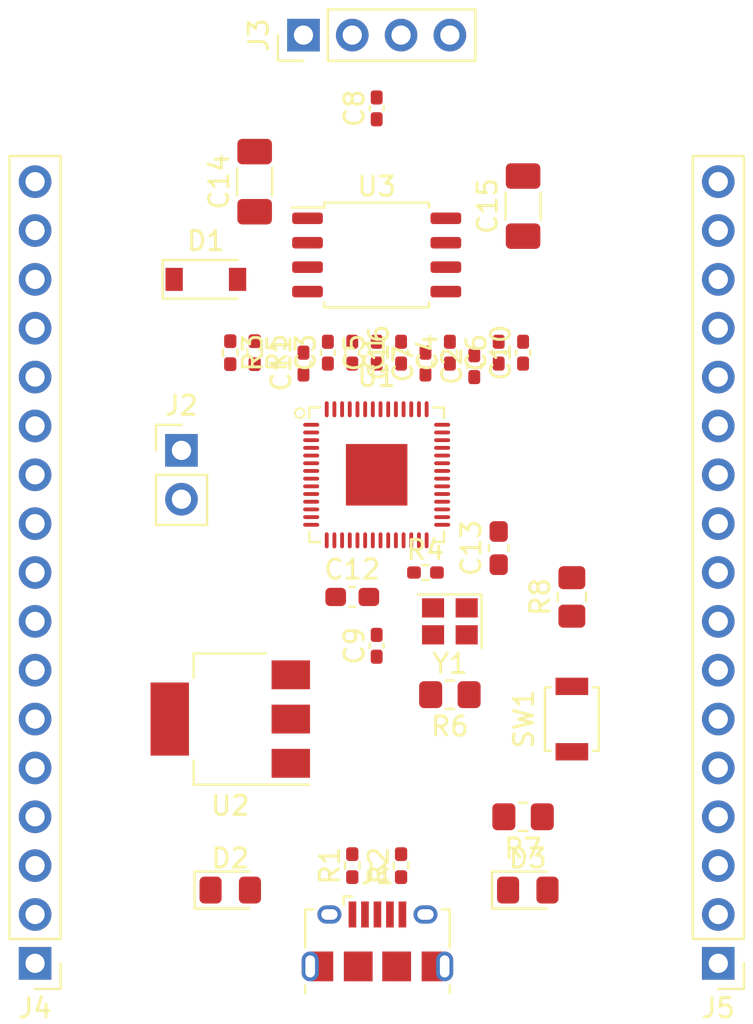
<source format=kicad_pcb>
(kicad_pcb (version 20171130) (host pcbnew "(5.1.12)-1")

  (general
    (thickness 1.6)
    (drawings 0)
    (tracks 0)
    (zones 0)
    (modules 37)
    (nets 56)
  )

  (page A4)
  (layers
    (0 F.Cu signal)
    (31 B.Cu signal)
    (32 B.Adhes user)
    (33 F.Adhes user)
    (34 B.Paste user)
    (35 F.Paste user)
    (36 B.SilkS user)
    (37 F.SilkS user)
    (38 B.Mask user)
    (39 F.Mask user)
    (40 Dwgs.User user)
    (41 Cmts.User user)
    (42 Eco1.User user)
    (43 Eco2.User user)
    (44 Edge.Cuts user)
    (45 Margin user)
    (46 B.CrtYd user)
    (47 F.CrtYd user)
    (48 B.Fab user)
    (49 F.Fab user hide)
  )

  (setup
    (last_trace_width 0.25)
    (trace_clearance 0.2)
    (zone_clearance 0.508)
    (zone_45_only no)
    (trace_min 0.2)
    (via_size 0.8)
    (via_drill 0.4)
    (via_min_size 0.4)
    (via_min_drill 0.3)
    (uvia_size 0.3)
    (uvia_drill 0.1)
    (uvias_allowed no)
    (uvia_min_size 0.2)
    (uvia_min_drill 0.1)
    (edge_width 0.05)
    (segment_width 0.2)
    (pcb_text_width 0.3)
    (pcb_text_size 1.5 1.5)
    (mod_edge_width 0.12)
    (mod_text_size 1 1)
    (mod_text_width 0.15)
    (pad_size 1.524 1.524)
    (pad_drill 0.762)
    (pad_to_mask_clearance 0)
    (aux_axis_origin 0 0)
    (visible_elements 7FFFFFFF)
    (pcbplotparams
      (layerselection 0x010fc_ffffffff)
      (usegerberextensions false)
      (usegerberattributes true)
      (usegerberadvancedattributes true)
      (creategerberjobfile true)
      (excludeedgelayer true)
      (linewidth 0.100000)
      (plotframeref false)
      (viasonmask false)
      (mode 1)
      (useauxorigin false)
      (hpglpennumber 1)
      (hpglpenspeed 20)
      (hpglpendiameter 15.000000)
      (psnegative false)
      (psa4output false)
      (plotreference true)
      (plotvalue true)
      (plotinvisibletext false)
      (padsonsilk false)
      (subtractmaskfromsilk false)
      (outputformat 1)
      (mirror false)
      (drillshape 1)
      (scaleselection 1)
      (outputdirectory ""))
  )

  (net 0 "")
  (net 1 +3V3)
  (net 2 +1V1)
  (net 3 /XIN)
  (net 4 "Net-(C13-Pad1)")
  (net 5 VBUS)
  (net 6 +5V)
  (net 7 /USB_D-)
  (net 8 /USB_D+)
  (net 9 "Net-(J1-Pad4)")
  (net 10 /~USB_BOOT)
  (net 11 /SWCLK)
  (net 12 /SWDIO)
  (net 13 /GPIO14)
  (net 14 /GPIO13)
  (net 15 /GPIO12)
  (net 16 /GPIO11)
  (net 17 /GPIO10)
  (net 18 /GPIO9)
  (net 19 /GPIO8)
  (net 20 /GPIO7)
  (net 21 /GPIO6)
  (net 22 /GPIO5)
  (net 23 /GPIO4)
  (net 24 /GPIO3)
  (net 25 /GPIO2)
  (net 26 /GPIO1)
  (net 27 /GPIO0)
  (net 28 /GPIO29_ADC3)
  (net 29 /GPIO28_ADC2)
  (net 30 /GPIO27_ADC1)
  (net 31 /GPIO26_ADC0)
  (net 32 /GPIO24)
  (net 33 /GPIO23)
  (net 34 /GPIO22)
  (net 35 /GPIO21)
  (net 36 /GPIO20)
  (net 37 /GPIO19)
  (net 38 /GPIO18)
  (net 39 /GPIO17)
  (net 40 /GPIO16)
  (net 41 /GPIO15)
  (net 42 "Net-(R1-Pad2)")
  (net 43 "Net-(R2-Pad2)")
  (net 44 /QSPI_SS)
  (net 45 /XOUT)
  (net 46 /GPIO25)
  (net 47 /~RESET)
  (net 48 /QSPI_SD3)
  (net 49 /QSPI_CLK)
  (net 50 /QSPI_SD0)
  (net 51 /QSPI_SD2)
  (net 52 /QSPI_SD1)
  (net 53 GND)
  (net 54 /POWER_LED)
  (net 55 /USER_LED)

  (net_class Default "This is the default net class."
    (clearance 0.2)
    (trace_width 0.25)
    (via_dia 0.8)
    (via_drill 0.4)
    (uvia_dia 0.3)
    (uvia_drill 0.1)
    (add_net +1V1)
    (add_net +3V3)
    (add_net +5V)
    (add_net /GPIO0)
    (add_net /GPIO1)
    (add_net /GPIO10)
    (add_net /GPIO11)
    (add_net /GPIO12)
    (add_net /GPIO13)
    (add_net /GPIO14)
    (add_net /GPIO15)
    (add_net /GPIO16)
    (add_net /GPIO17)
    (add_net /GPIO18)
    (add_net /GPIO19)
    (add_net /GPIO2)
    (add_net /GPIO20)
    (add_net /GPIO21)
    (add_net /GPIO22)
    (add_net /GPIO23)
    (add_net /GPIO24)
    (add_net /GPIO25)
    (add_net /GPIO26_ADC0)
    (add_net /GPIO27_ADC1)
    (add_net /GPIO28_ADC2)
    (add_net /GPIO29_ADC3)
    (add_net /GPIO3)
    (add_net /GPIO4)
    (add_net /GPIO5)
    (add_net /GPIO6)
    (add_net /GPIO7)
    (add_net /GPIO8)
    (add_net /GPIO9)
    (add_net /POWER_LED)
    (add_net /QSPI_CLK)
    (add_net /QSPI_SD0)
    (add_net /QSPI_SD1)
    (add_net /QSPI_SD2)
    (add_net /QSPI_SD3)
    (add_net /QSPI_SS)
    (add_net /SWCLK)
    (add_net /SWDIO)
    (add_net /USB_D+)
    (add_net /USB_D-)
    (add_net /USER_LED)
    (add_net /XIN)
    (add_net /XOUT)
    (add_net /~RESET)
    (add_net /~USB_BOOT)
    (add_net GND)
    (add_net "Net-(C13-Pad1)")
    (add_net "Net-(J1-Pad4)")
    (add_net "Net-(R1-Pad2)")
    (add_net "Net-(R2-Pad2)")
    (add_net VBUS)
  )

  (module Capacitor_SMD:C_0402_1005Metric_Pad0.74x0.62mm_HandSolder (layer F.Cu) (tedit 5F6BB22C) (tstamp 61C2EBC3)
    (at 102.87 -38.1 270)
    (descr "Capacitor SMD 0402 (1005 Metric), square (rectangular) end terminal, IPC_7351 nominal with elongated pad for handsoldering. (Body size source: IPC-SM-782 page 76, https://www.pcb-3d.com/wordpress/wp-content/uploads/ipc-sm-782a_amendment_1_and_2.pdf), generated with kicad-footprint-generator")
    (tags "capacitor handsolder")
    (path /61086749)
    (attr smd)
    (fp_text reference C1 (at 0 -1.16 90) (layer F.SilkS)
      (effects (font (size 1 1) (thickness 0.15)))
    )
    (fp_text value 1u (at 0 1.16 90) (layer F.Fab)
      (effects (font (size 1 1) (thickness 0.15)))
    )
    (fp_line (start -0.5 0.25) (end -0.5 -0.25) (layer F.Fab) (width 0.1))
    (fp_line (start -0.5 -0.25) (end 0.5 -0.25) (layer F.Fab) (width 0.1))
    (fp_line (start 0.5 -0.25) (end 0.5 0.25) (layer F.Fab) (width 0.1))
    (fp_line (start 0.5 0.25) (end -0.5 0.25) (layer F.Fab) (width 0.1))
    (fp_line (start -0.115835 -0.36) (end 0.115835 -0.36) (layer F.SilkS) (width 0.12))
    (fp_line (start -0.115835 0.36) (end 0.115835 0.36) (layer F.SilkS) (width 0.12))
    (fp_line (start -1.08 0.46) (end -1.08 -0.46) (layer F.CrtYd) (width 0.05))
    (fp_line (start -1.08 -0.46) (end 1.08 -0.46) (layer F.CrtYd) (width 0.05))
    (fp_line (start 1.08 -0.46) (end 1.08 0.46) (layer F.CrtYd) (width 0.05))
    (fp_line (start 1.08 0.46) (end -1.08 0.46) (layer F.CrtYd) (width 0.05))
    (fp_text user %R (at 0 0 90) (layer F.Fab)
      (effects (font (size 0.25 0.25) (thickness 0.04)))
    )
    (pad 1 smd roundrect (at -0.5675 0 270) (size 0.735 0.62) (layers F.Cu F.Paste F.Mask) (roundrect_rratio 0.25)
      (net 1 +3V3))
    (pad 2 smd roundrect (at 0.5675 0 270) (size 0.735 0.62) (layers F.Cu F.Paste F.Mask) (roundrect_rratio 0.25)
      (net 53 GND))
    (model ${KISYS3DMOD}/Capacitor_SMD.3dshapes/C_0402_1005Metric.wrl
      (at (xyz 0 0 0))
      (scale (xyz 1 1 1))
      (rotate (xyz 0 0 0))
    )
  )

  (module Capacitor_SMD:C_0402_1005Metric_Pad0.74x0.62mm_HandSolder (layer F.Cu) (tedit 5F6BB22C) (tstamp 61C2EBD4)
    (at 109.22 -37.3975 90)
    (descr "Capacitor SMD 0402 (1005 Metric), square (rectangular) end terminal, IPC_7351 nominal with elongated pad for handsoldering. (Body size source: IPC-SM-782 page 76, https://www.pcb-3d.com/wordpress/wp-content/uploads/ipc-sm-782a_amendment_1_and_2.pdf), generated with kicad-footprint-generator")
    (tags "capacitor handsolder")
    (path /610774A4)
    (attr smd)
    (fp_text reference C2 (at 0 -1.16 90) (layer F.SilkS)
      (effects (font (size 1 1) (thickness 0.15)))
    )
    (fp_text value 100n (at 0 1.16 90) (layer F.Fab)
      (effects (font (size 1 1) (thickness 0.15)))
    )
    (fp_line (start 1.08 0.46) (end -1.08 0.46) (layer F.CrtYd) (width 0.05))
    (fp_line (start 1.08 -0.46) (end 1.08 0.46) (layer F.CrtYd) (width 0.05))
    (fp_line (start -1.08 -0.46) (end 1.08 -0.46) (layer F.CrtYd) (width 0.05))
    (fp_line (start -1.08 0.46) (end -1.08 -0.46) (layer F.CrtYd) (width 0.05))
    (fp_line (start -0.115835 0.36) (end 0.115835 0.36) (layer F.SilkS) (width 0.12))
    (fp_line (start -0.115835 -0.36) (end 0.115835 -0.36) (layer F.SilkS) (width 0.12))
    (fp_line (start 0.5 0.25) (end -0.5 0.25) (layer F.Fab) (width 0.1))
    (fp_line (start 0.5 -0.25) (end 0.5 0.25) (layer F.Fab) (width 0.1))
    (fp_line (start -0.5 -0.25) (end 0.5 -0.25) (layer F.Fab) (width 0.1))
    (fp_line (start -0.5 0.25) (end -0.5 -0.25) (layer F.Fab) (width 0.1))
    (fp_text user %R (at 0 0 90) (layer F.Fab)
      (effects (font (size 0.25 0.25) (thickness 0.04)))
    )
    (pad 2 smd roundrect (at 0.5675 0 90) (size 0.735 0.62) (layers F.Cu F.Paste F.Mask) (roundrect_rratio 0.25)
      (net 53 GND))
    (pad 1 smd roundrect (at -0.5675 0 90) (size 0.735 0.62) (layers F.Cu F.Paste F.Mask) (roundrect_rratio 0.25)
      (net 1 +3V3))
    (model ${KISYS3DMOD}/Capacitor_SMD.3dshapes/C_0402_1005Metric.wrl
      (at (xyz 0 0 0))
      (scale (xyz 1 1 1))
      (rotate (xyz 0 0 0))
    )
  )

  (module Capacitor_SMD:C_0402_1005Metric_Pad0.74x0.62mm_HandSolder (layer F.Cu) (tedit 5F6BB22C) (tstamp 61C2EBE5)
    (at 101.6 -38.1 90)
    (descr "Capacitor SMD 0402 (1005 Metric), square (rectangular) end terminal, IPC_7351 nominal with elongated pad for handsoldering. (Body size source: IPC-SM-782 page 76, https://www.pcb-3d.com/wordpress/wp-content/uploads/ipc-sm-782a_amendment_1_and_2.pdf), generated with kicad-footprint-generator")
    (tags "capacitor handsolder")
    (path /6107000F)
    (attr smd)
    (fp_text reference C3 (at 0 -1.16 90) (layer F.SilkS)
      (effects (font (size 1 1) (thickness 0.15)))
    )
    (fp_text value 1u (at 0 1.16 90) (layer F.Fab)
      (effects (font (size 1 1) (thickness 0.15)))
    )
    (fp_line (start -0.5 0.25) (end -0.5 -0.25) (layer F.Fab) (width 0.1))
    (fp_line (start -0.5 -0.25) (end 0.5 -0.25) (layer F.Fab) (width 0.1))
    (fp_line (start 0.5 -0.25) (end 0.5 0.25) (layer F.Fab) (width 0.1))
    (fp_line (start 0.5 0.25) (end -0.5 0.25) (layer F.Fab) (width 0.1))
    (fp_line (start -0.115835 -0.36) (end 0.115835 -0.36) (layer F.SilkS) (width 0.12))
    (fp_line (start -0.115835 0.36) (end 0.115835 0.36) (layer F.SilkS) (width 0.12))
    (fp_line (start -1.08 0.46) (end -1.08 -0.46) (layer F.CrtYd) (width 0.05))
    (fp_line (start -1.08 -0.46) (end 1.08 -0.46) (layer F.CrtYd) (width 0.05))
    (fp_line (start 1.08 -0.46) (end 1.08 0.46) (layer F.CrtYd) (width 0.05))
    (fp_line (start 1.08 0.46) (end -1.08 0.46) (layer F.CrtYd) (width 0.05))
    (fp_text user %R (at 0 0 90) (layer F.Fab)
      (effects (font (size 0.25 0.25) (thickness 0.04)))
    )
    (pad 1 smd roundrect (at -0.5675 0 90) (size 0.735 0.62) (layers F.Cu F.Paste F.Mask) (roundrect_rratio 0.25)
      (net 2 +1V1))
    (pad 2 smd roundrect (at 0.5675 0 90) (size 0.735 0.62) (layers F.Cu F.Paste F.Mask) (roundrect_rratio 0.25)
      (net 53 GND))
    (model ${KISYS3DMOD}/Capacitor_SMD.3dshapes/C_0402_1005Metric.wrl
      (at (xyz 0 0 0))
      (scale (xyz 1 1 1))
      (rotate (xyz 0 0 0))
    )
  )

  (module Capacitor_SMD:C_0402_1005Metric_Pad0.74x0.62mm_HandSolder (layer F.Cu) (tedit 5F6BB22C) (tstamp 61C2EBF6)
    (at 107.95 -38.1 90)
    (descr "Capacitor SMD 0402 (1005 Metric), square (rectangular) end terminal, IPC_7351 nominal with elongated pad for handsoldering. (Body size source: IPC-SM-782 page 76, https://www.pcb-3d.com/wordpress/wp-content/uploads/ipc-sm-782a_amendment_1_and_2.pdf), generated with kicad-footprint-generator")
    (tags "capacitor handsolder")
    (path /6107816B)
    (attr smd)
    (fp_text reference C4 (at 0 -1.16 90) (layer F.SilkS)
      (effects (font (size 1 1) (thickness 0.15)))
    )
    (fp_text value 100n (at 0 1.16 90) (layer F.Fab)
      (effects (font (size 1 1) (thickness 0.15)))
    )
    (fp_line (start -0.5 0.25) (end -0.5 -0.25) (layer F.Fab) (width 0.1))
    (fp_line (start -0.5 -0.25) (end 0.5 -0.25) (layer F.Fab) (width 0.1))
    (fp_line (start 0.5 -0.25) (end 0.5 0.25) (layer F.Fab) (width 0.1))
    (fp_line (start 0.5 0.25) (end -0.5 0.25) (layer F.Fab) (width 0.1))
    (fp_line (start -0.115835 -0.36) (end 0.115835 -0.36) (layer F.SilkS) (width 0.12))
    (fp_line (start -0.115835 0.36) (end 0.115835 0.36) (layer F.SilkS) (width 0.12))
    (fp_line (start -1.08 0.46) (end -1.08 -0.46) (layer F.CrtYd) (width 0.05))
    (fp_line (start -1.08 -0.46) (end 1.08 -0.46) (layer F.CrtYd) (width 0.05))
    (fp_line (start 1.08 -0.46) (end 1.08 0.46) (layer F.CrtYd) (width 0.05))
    (fp_line (start 1.08 0.46) (end -1.08 0.46) (layer F.CrtYd) (width 0.05))
    (fp_text user %R (at 0 0 90) (layer F.Fab)
      (effects (font (size 0.25 0.25) (thickness 0.04)))
    )
    (pad 1 smd roundrect (at -0.5675 0 90) (size 0.735 0.62) (layers F.Cu F.Paste F.Mask) (roundrect_rratio 0.25)
      (net 1 +3V3))
    (pad 2 smd roundrect (at 0.5675 0 90) (size 0.735 0.62) (layers F.Cu F.Paste F.Mask) (roundrect_rratio 0.25)
      (net 53 GND))
    (model ${KISYS3DMOD}/Capacitor_SMD.3dshapes/C_0402_1005Metric.wrl
      (at (xyz 0 0 0))
      (scale (xyz 1 1 1))
      (rotate (xyz 0 0 0))
    )
  )

  (module Capacitor_SMD:C_0402_1005Metric_Pad0.74x0.62mm_HandSolder (layer F.Cu) (tedit 5F6BB22C) (tstamp 61C2EC07)
    (at 104.14 -38.1 90)
    (descr "Capacitor SMD 0402 (1005 Metric), square (rectangular) end terminal, IPC_7351 nominal with elongated pad for handsoldering. (Body size source: IPC-SM-782 page 76, https://www.pcb-3d.com/wordpress/wp-content/uploads/ipc-sm-782a_amendment_1_and_2.pdf), generated with kicad-footprint-generator")
    (tags "capacitor handsolder")
    (path /61092C82)
    (attr smd)
    (fp_text reference C5 (at 0 -1.16 90) (layer F.SilkS)
      (effects (font (size 1 1) (thickness 0.15)))
    )
    (fp_text value 100n (at 0 1.16 90) (layer F.Fab)
      (effects (font (size 1 1) (thickness 0.15)))
    )
    (fp_line (start 1.08 0.46) (end -1.08 0.46) (layer F.CrtYd) (width 0.05))
    (fp_line (start 1.08 -0.46) (end 1.08 0.46) (layer F.CrtYd) (width 0.05))
    (fp_line (start -1.08 -0.46) (end 1.08 -0.46) (layer F.CrtYd) (width 0.05))
    (fp_line (start -1.08 0.46) (end -1.08 -0.46) (layer F.CrtYd) (width 0.05))
    (fp_line (start -0.115835 0.36) (end 0.115835 0.36) (layer F.SilkS) (width 0.12))
    (fp_line (start -0.115835 -0.36) (end 0.115835 -0.36) (layer F.SilkS) (width 0.12))
    (fp_line (start 0.5 0.25) (end -0.5 0.25) (layer F.Fab) (width 0.1))
    (fp_line (start 0.5 -0.25) (end 0.5 0.25) (layer F.Fab) (width 0.1))
    (fp_line (start -0.5 -0.25) (end 0.5 -0.25) (layer F.Fab) (width 0.1))
    (fp_line (start -0.5 0.25) (end -0.5 -0.25) (layer F.Fab) (width 0.1))
    (fp_text user %R (at 0 0 90) (layer F.Fab)
      (effects (font (size 0.25 0.25) (thickness 0.04)))
    )
    (pad 2 smd roundrect (at 0.5675 0 90) (size 0.735 0.62) (layers F.Cu F.Paste F.Mask) (roundrect_rratio 0.25)
      (net 53 GND))
    (pad 1 smd roundrect (at -0.5675 0 90) (size 0.735 0.62) (layers F.Cu F.Paste F.Mask) (roundrect_rratio 0.25)
      (net 2 +1V1))
    (model ${KISYS3DMOD}/Capacitor_SMD.3dshapes/C_0402_1005Metric.wrl
      (at (xyz 0 0 0))
      (scale (xyz 1 1 1))
      (rotate (xyz 0 0 0))
    )
  )

  (module Capacitor_SMD:C_0402_1005Metric_Pad0.74x0.62mm_HandSolder (layer F.Cu) (tedit 5F6BB22C) (tstamp 61C2EC18)
    (at 110.49 -38.1 90)
    (descr "Capacitor SMD 0402 (1005 Metric), square (rectangular) end terminal, IPC_7351 nominal with elongated pad for handsoldering. (Body size source: IPC-SM-782 page 76, https://www.pcb-3d.com/wordpress/wp-content/uploads/ipc-sm-782a_amendment_1_and_2.pdf), generated with kicad-footprint-generator")
    (tags "capacitor handsolder")
    (path /6107848E)
    (attr smd)
    (fp_text reference C6 (at 0 -1.16 90) (layer F.SilkS)
      (effects (font (size 1 1) (thickness 0.15)))
    )
    (fp_text value 100n (at 0 1.16 90) (layer F.Fab)
      (effects (font (size 1 1) (thickness 0.15)))
    )
    (fp_line (start 1.08 0.46) (end -1.08 0.46) (layer F.CrtYd) (width 0.05))
    (fp_line (start 1.08 -0.46) (end 1.08 0.46) (layer F.CrtYd) (width 0.05))
    (fp_line (start -1.08 -0.46) (end 1.08 -0.46) (layer F.CrtYd) (width 0.05))
    (fp_line (start -1.08 0.46) (end -1.08 -0.46) (layer F.CrtYd) (width 0.05))
    (fp_line (start -0.115835 0.36) (end 0.115835 0.36) (layer F.SilkS) (width 0.12))
    (fp_line (start -0.115835 -0.36) (end 0.115835 -0.36) (layer F.SilkS) (width 0.12))
    (fp_line (start 0.5 0.25) (end -0.5 0.25) (layer F.Fab) (width 0.1))
    (fp_line (start 0.5 -0.25) (end 0.5 0.25) (layer F.Fab) (width 0.1))
    (fp_line (start -0.5 -0.25) (end 0.5 -0.25) (layer F.Fab) (width 0.1))
    (fp_line (start -0.5 0.25) (end -0.5 -0.25) (layer F.Fab) (width 0.1))
    (fp_text user %R (at 0 0 90) (layer F.Fab)
      (effects (font (size 0.25 0.25) (thickness 0.04)))
    )
    (pad 2 smd roundrect (at 0.5675 0 90) (size 0.735 0.62) (layers F.Cu F.Paste F.Mask) (roundrect_rratio 0.25)
      (net 53 GND))
    (pad 1 smd roundrect (at -0.5675 0 90) (size 0.735 0.62) (layers F.Cu F.Paste F.Mask) (roundrect_rratio 0.25)
      (net 1 +3V3))
    (model ${KISYS3DMOD}/Capacitor_SMD.3dshapes/C_0402_1005Metric.wrl
      (at (xyz 0 0 0))
      (scale (xyz 1 1 1))
      (rotate (xyz 0 0 0))
    )
  )

  (module Capacitor_SMD:C_0402_1005Metric_Pad0.74x0.62mm_HandSolder (layer F.Cu) (tedit 5F6BB22C) (tstamp 61C2EC29)
    (at 106.68 -37.5325 90)
    (descr "Capacitor SMD 0402 (1005 Metric), square (rectangular) end terminal, IPC_7351 nominal with elongated pad for handsoldering. (Body size source: IPC-SM-782 page 76, https://www.pcb-3d.com/wordpress/wp-content/uploads/ipc-sm-782a_amendment_1_and_2.pdf), generated with kicad-footprint-generator")
    (tags "capacitor handsolder")
    (path /61092FE6)
    (attr smd)
    (fp_text reference C7 (at 0 -1.16 90) (layer F.SilkS)
      (effects (font (size 1 1) (thickness 0.15)))
    )
    (fp_text value 100n (at 0 1.16 90) (layer F.Fab)
      (effects (font (size 1 1) (thickness 0.15)))
    )
    (fp_line (start -0.5 0.25) (end -0.5 -0.25) (layer F.Fab) (width 0.1))
    (fp_line (start -0.5 -0.25) (end 0.5 -0.25) (layer F.Fab) (width 0.1))
    (fp_line (start 0.5 -0.25) (end 0.5 0.25) (layer F.Fab) (width 0.1))
    (fp_line (start 0.5 0.25) (end -0.5 0.25) (layer F.Fab) (width 0.1))
    (fp_line (start -0.115835 -0.36) (end 0.115835 -0.36) (layer F.SilkS) (width 0.12))
    (fp_line (start -0.115835 0.36) (end 0.115835 0.36) (layer F.SilkS) (width 0.12))
    (fp_line (start -1.08 0.46) (end -1.08 -0.46) (layer F.CrtYd) (width 0.05))
    (fp_line (start -1.08 -0.46) (end 1.08 -0.46) (layer F.CrtYd) (width 0.05))
    (fp_line (start 1.08 -0.46) (end 1.08 0.46) (layer F.CrtYd) (width 0.05))
    (fp_line (start 1.08 0.46) (end -1.08 0.46) (layer F.CrtYd) (width 0.05))
    (fp_text user %R (at 0 0 90) (layer F.Fab)
      (effects (font (size 0.25 0.25) (thickness 0.04)))
    )
    (pad 1 smd roundrect (at -0.5675 0 90) (size 0.735 0.62) (layers F.Cu F.Paste F.Mask) (roundrect_rratio 0.25)
      (net 2 +1V1))
    (pad 2 smd roundrect (at 0.5675 0 90) (size 0.735 0.62) (layers F.Cu F.Paste F.Mask) (roundrect_rratio 0.25)
      (net 53 GND))
    (model ${KISYS3DMOD}/Capacitor_SMD.3dshapes/C_0402_1005Metric.wrl
      (at (xyz 0 0 0))
      (scale (xyz 1 1 1))
      (rotate (xyz 0 0 0))
    )
  )

  (module Capacitor_SMD:C_0402_1005Metric_Pad0.74x0.62mm_HandSolder (layer F.Cu) (tedit 5F6BB22C) (tstamp 61C2EC3A)
    (at 104.14 -50.8 90)
    (descr "Capacitor SMD 0402 (1005 Metric), square (rectangular) end terminal, IPC_7351 nominal with elongated pad for handsoldering. (Body size source: IPC-SM-782 page 76, https://www.pcb-3d.com/wordpress/wp-content/uploads/ipc-sm-782a_amendment_1_and_2.pdf), generated with kicad-footprint-generator")
    (tags "capacitor handsolder")
    (path /61078625)
    (attr smd)
    (fp_text reference C8 (at 0 -1.16 90) (layer F.SilkS)
      (effects (font (size 1 1) (thickness 0.15)))
    )
    (fp_text value 100n (at 0 1.16 90) (layer F.Fab)
      (effects (font (size 1 1) (thickness 0.15)))
    )
    (fp_line (start -0.5 0.25) (end -0.5 -0.25) (layer F.Fab) (width 0.1))
    (fp_line (start -0.5 -0.25) (end 0.5 -0.25) (layer F.Fab) (width 0.1))
    (fp_line (start 0.5 -0.25) (end 0.5 0.25) (layer F.Fab) (width 0.1))
    (fp_line (start 0.5 0.25) (end -0.5 0.25) (layer F.Fab) (width 0.1))
    (fp_line (start -0.115835 -0.36) (end 0.115835 -0.36) (layer F.SilkS) (width 0.12))
    (fp_line (start -0.115835 0.36) (end 0.115835 0.36) (layer F.SilkS) (width 0.12))
    (fp_line (start -1.08 0.46) (end -1.08 -0.46) (layer F.CrtYd) (width 0.05))
    (fp_line (start -1.08 -0.46) (end 1.08 -0.46) (layer F.CrtYd) (width 0.05))
    (fp_line (start 1.08 -0.46) (end 1.08 0.46) (layer F.CrtYd) (width 0.05))
    (fp_line (start 1.08 0.46) (end -1.08 0.46) (layer F.CrtYd) (width 0.05))
    (fp_text user %R (at 0 0 90) (layer F.Fab)
      (effects (font (size 0.25 0.25) (thickness 0.04)))
    )
    (pad 1 smd roundrect (at -0.5675 0 90) (size 0.735 0.62) (layers F.Cu F.Paste F.Mask) (roundrect_rratio 0.25)
      (net 1 +3V3))
    (pad 2 smd roundrect (at 0.5675 0 90) (size 0.735 0.62) (layers F.Cu F.Paste F.Mask) (roundrect_rratio 0.25)
      (net 53 GND))
    (model ${KISYS3DMOD}/Capacitor_SMD.3dshapes/C_0402_1005Metric.wrl
      (at (xyz 0 0 0))
      (scale (xyz 1 1 1))
      (rotate (xyz 0 0 0))
    )
  )

  (module Capacitor_SMD:C_0402_1005Metric_Pad0.74x0.62mm_HandSolder (layer F.Cu) (tedit 5F6BB22C) (tstamp 61C2EC4B)
    (at 104.14 -22.86 90)
    (descr "Capacitor SMD 0402 (1005 Metric), square (rectangular) end terminal, IPC_7351 nominal with elongated pad for handsoldering. (Body size source: IPC-SM-782 page 76, https://www.pcb-3d.com/wordpress/wp-content/uploads/ipc-sm-782a_amendment_1_and_2.pdf), generated with kicad-footprint-generator")
    (tags "capacitor handsolder")
    (path /61078878)
    (attr smd)
    (fp_text reference C9 (at 0 -1.16 90) (layer F.SilkS)
      (effects (font (size 1 1) (thickness 0.15)))
    )
    (fp_text value 100n (at 0 1.16 90) (layer F.Fab)
      (effects (font (size 1 1) (thickness 0.15)))
    )
    (fp_line (start 1.08 0.46) (end -1.08 0.46) (layer F.CrtYd) (width 0.05))
    (fp_line (start 1.08 -0.46) (end 1.08 0.46) (layer F.CrtYd) (width 0.05))
    (fp_line (start -1.08 -0.46) (end 1.08 -0.46) (layer F.CrtYd) (width 0.05))
    (fp_line (start -1.08 0.46) (end -1.08 -0.46) (layer F.CrtYd) (width 0.05))
    (fp_line (start -0.115835 0.36) (end 0.115835 0.36) (layer F.SilkS) (width 0.12))
    (fp_line (start -0.115835 -0.36) (end 0.115835 -0.36) (layer F.SilkS) (width 0.12))
    (fp_line (start 0.5 0.25) (end -0.5 0.25) (layer F.Fab) (width 0.1))
    (fp_line (start 0.5 -0.25) (end 0.5 0.25) (layer F.Fab) (width 0.1))
    (fp_line (start -0.5 -0.25) (end 0.5 -0.25) (layer F.Fab) (width 0.1))
    (fp_line (start -0.5 0.25) (end -0.5 -0.25) (layer F.Fab) (width 0.1))
    (fp_text user %R (at 0 0 90) (layer F.Fab)
      (effects (font (size 0.25 0.25) (thickness 0.04)))
    )
    (pad 2 smd roundrect (at 0.5675 0 90) (size 0.735 0.62) (layers F.Cu F.Paste F.Mask) (roundrect_rratio 0.25)
      (net 53 GND))
    (pad 1 smd roundrect (at -0.5675 0 90) (size 0.735 0.62) (layers F.Cu F.Paste F.Mask) (roundrect_rratio 0.25)
      (net 1 +3V3))
    (model ${KISYS3DMOD}/Capacitor_SMD.3dshapes/C_0402_1005Metric.wrl
      (at (xyz 0 0 0))
      (scale (xyz 1 1 1))
      (rotate (xyz 0 0 0))
    )
  )

  (module Capacitor_SMD:C_0402_1005Metric_Pad0.74x0.62mm_HandSolder (layer F.Cu) (tedit 5F6BB22C) (tstamp 61C2EC5C)
    (at 111.76 -38.1 90)
    (descr "Capacitor SMD 0402 (1005 Metric), square (rectangular) end terminal, IPC_7351 nominal with elongated pad for handsoldering. (Body size source: IPC-SM-782 page 76, https://www.pcb-3d.com/wordpress/wp-content/uploads/ipc-sm-782a_amendment_1_and_2.pdf), generated with kicad-footprint-generator")
    (tags "capacitor handsolder")
    (path /61078ACE)
    (attr smd)
    (fp_text reference C10 (at 0 -1.16 90) (layer F.SilkS)
      (effects (font (size 1 1) (thickness 0.15)))
    )
    (fp_text value 100n (at 0 1.16 90) (layer F.Fab)
      (effects (font (size 1 1) (thickness 0.15)))
    )
    (fp_line (start -0.5 0.25) (end -0.5 -0.25) (layer F.Fab) (width 0.1))
    (fp_line (start -0.5 -0.25) (end 0.5 -0.25) (layer F.Fab) (width 0.1))
    (fp_line (start 0.5 -0.25) (end 0.5 0.25) (layer F.Fab) (width 0.1))
    (fp_line (start 0.5 0.25) (end -0.5 0.25) (layer F.Fab) (width 0.1))
    (fp_line (start -0.115835 -0.36) (end 0.115835 -0.36) (layer F.SilkS) (width 0.12))
    (fp_line (start -0.115835 0.36) (end 0.115835 0.36) (layer F.SilkS) (width 0.12))
    (fp_line (start -1.08 0.46) (end -1.08 -0.46) (layer F.CrtYd) (width 0.05))
    (fp_line (start -1.08 -0.46) (end 1.08 -0.46) (layer F.CrtYd) (width 0.05))
    (fp_line (start 1.08 -0.46) (end 1.08 0.46) (layer F.CrtYd) (width 0.05))
    (fp_line (start 1.08 0.46) (end -1.08 0.46) (layer F.CrtYd) (width 0.05))
    (fp_text user %R (at 0 0 90) (layer F.Fab)
      (effects (font (size 0.25 0.25) (thickness 0.04)))
    )
    (pad 1 smd roundrect (at -0.5675 0 90) (size 0.735 0.62) (layers F.Cu F.Paste F.Mask) (roundrect_rratio 0.25)
      (net 1 +3V3))
    (pad 2 smd roundrect (at 0.5675 0 90) (size 0.735 0.62) (layers F.Cu F.Paste F.Mask) (roundrect_rratio 0.25)
      (net 53 GND))
    (model ${KISYS3DMOD}/Capacitor_SMD.3dshapes/C_0402_1005Metric.wrl
      (at (xyz 0 0 0))
      (scale (xyz 1 1 1))
      (rotate (xyz 0 0 0))
    )
  )

  (module Capacitor_SMD:C_0402_1005Metric_Pad0.74x0.62mm_HandSolder (layer F.Cu) (tedit 5F6BB22C) (tstamp 61C2EC6D)
    (at 100.33 -37.5325 90)
    (descr "Capacitor SMD 0402 (1005 Metric), square (rectangular) end terminal, IPC_7351 nominal with elongated pad for handsoldering. (Body size source: IPC-SM-782 page 76, https://www.pcb-3d.com/wordpress/wp-content/uploads/ipc-sm-782a_amendment_1_and_2.pdf), generated with kicad-footprint-generator")
    (tags "capacitor handsolder")
    (path /61078D61)
    (attr smd)
    (fp_text reference C11 (at 0 -1.16 90) (layer F.SilkS)
      (effects (font (size 1 1) (thickness 0.15)))
    )
    (fp_text value 100n (at 0 1.16 90) (layer F.Fab)
      (effects (font (size 1 1) (thickness 0.15)))
    )
    (fp_line (start 1.08 0.46) (end -1.08 0.46) (layer F.CrtYd) (width 0.05))
    (fp_line (start 1.08 -0.46) (end 1.08 0.46) (layer F.CrtYd) (width 0.05))
    (fp_line (start -1.08 -0.46) (end 1.08 -0.46) (layer F.CrtYd) (width 0.05))
    (fp_line (start -1.08 0.46) (end -1.08 -0.46) (layer F.CrtYd) (width 0.05))
    (fp_line (start -0.115835 0.36) (end 0.115835 0.36) (layer F.SilkS) (width 0.12))
    (fp_line (start -0.115835 -0.36) (end 0.115835 -0.36) (layer F.SilkS) (width 0.12))
    (fp_line (start 0.5 0.25) (end -0.5 0.25) (layer F.Fab) (width 0.1))
    (fp_line (start 0.5 -0.25) (end 0.5 0.25) (layer F.Fab) (width 0.1))
    (fp_line (start -0.5 -0.25) (end 0.5 -0.25) (layer F.Fab) (width 0.1))
    (fp_line (start -0.5 0.25) (end -0.5 -0.25) (layer F.Fab) (width 0.1))
    (fp_text user %R (at 0 0 90) (layer F.Fab)
      (effects (font (size 0.25 0.25) (thickness 0.04)))
    )
    (pad 2 smd roundrect (at 0.5675 0 90) (size 0.735 0.62) (layers F.Cu F.Paste F.Mask) (roundrect_rratio 0.25)
      (net 53 GND))
    (pad 1 smd roundrect (at -0.5675 0 90) (size 0.735 0.62) (layers F.Cu F.Paste F.Mask) (roundrect_rratio 0.25)
      (net 1 +3V3))
    (model ${KISYS3DMOD}/Capacitor_SMD.3dshapes/C_0402_1005Metric.wrl
      (at (xyz 0 0 0))
      (scale (xyz 1 1 1))
      (rotate (xyz 0 0 0))
    )
  )

  (module Capacitor_SMD:C_0603_1608Metric_Pad1.08x0.95mm_HandSolder (layer F.Cu) (tedit 5F68FEEF) (tstamp 61C2EC7E)
    (at 102.87 -25.4)
    (descr "Capacitor SMD 0603 (1608 Metric), square (rectangular) end terminal, IPC_7351 nominal with elongated pad for handsoldering. (Body size source: IPC-SM-782 page 76, https://www.pcb-3d.com/wordpress/wp-content/uploads/ipc-sm-782a_amendment_1_and_2.pdf), generated with kicad-footprint-generator")
    (tags "capacitor handsolder")
    (path /610B1BB1)
    (attr smd)
    (fp_text reference C12 (at 0 -1.43) (layer F.SilkS)
      (effects (font (size 1 1) (thickness 0.15)))
    )
    (fp_text value 27p (at 0 1.43) (layer F.Fab)
      (effects (font (size 1 1) (thickness 0.15)))
    )
    (fp_line (start -0.8 0.4) (end -0.8 -0.4) (layer F.Fab) (width 0.1))
    (fp_line (start -0.8 -0.4) (end 0.8 -0.4) (layer F.Fab) (width 0.1))
    (fp_line (start 0.8 -0.4) (end 0.8 0.4) (layer F.Fab) (width 0.1))
    (fp_line (start 0.8 0.4) (end -0.8 0.4) (layer F.Fab) (width 0.1))
    (fp_line (start -0.146267 -0.51) (end 0.146267 -0.51) (layer F.SilkS) (width 0.12))
    (fp_line (start -0.146267 0.51) (end 0.146267 0.51) (layer F.SilkS) (width 0.12))
    (fp_line (start -1.65 0.73) (end -1.65 -0.73) (layer F.CrtYd) (width 0.05))
    (fp_line (start -1.65 -0.73) (end 1.65 -0.73) (layer F.CrtYd) (width 0.05))
    (fp_line (start 1.65 -0.73) (end 1.65 0.73) (layer F.CrtYd) (width 0.05))
    (fp_line (start 1.65 0.73) (end -1.65 0.73) (layer F.CrtYd) (width 0.05))
    (fp_text user %R (at 0 0) (layer F.Fab)
      (effects (font (size 0.4 0.4) (thickness 0.06)))
    )
    (pad 1 smd roundrect (at -0.8625 0) (size 1.075 0.95) (layers F.Cu F.Paste F.Mask) (roundrect_rratio 0.25)
      (net 3 /XIN))
    (pad 2 smd roundrect (at 0.8625 0) (size 1.075 0.95) (layers F.Cu F.Paste F.Mask) (roundrect_rratio 0.25)
      (net 53 GND))
    (model ${KISYS3DMOD}/Capacitor_SMD.3dshapes/C_0603_1608Metric.wrl
      (at (xyz 0 0 0))
      (scale (xyz 1 1 1))
      (rotate (xyz 0 0 0))
    )
  )

  (module Capacitor_SMD:C_0603_1608Metric_Pad1.08x0.95mm_HandSolder (layer F.Cu) (tedit 5F68FEEF) (tstamp 61C2EC8F)
    (at 110.49 -27.94 90)
    (descr "Capacitor SMD 0603 (1608 Metric), square (rectangular) end terminal, IPC_7351 nominal with elongated pad for handsoldering. (Body size source: IPC-SM-782 page 76, https://www.pcb-3d.com/wordpress/wp-content/uploads/ipc-sm-782a_amendment_1_and_2.pdf), generated with kicad-footprint-generator")
    (tags "capacitor handsolder")
    (path /610B5114)
    (attr smd)
    (fp_text reference C13 (at 0 -1.43 90) (layer F.SilkS)
      (effects (font (size 1 1) (thickness 0.15)))
    )
    (fp_text value 27p (at 0 1.43 90) (layer F.Fab)
      (effects (font (size 1 1) (thickness 0.15)))
    )
    (fp_line (start 1.65 0.73) (end -1.65 0.73) (layer F.CrtYd) (width 0.05))
    (fp_line (start 1.65 -0.73) (end 1.65 0.73) (layer F.CrtYd) (width 0.05))
    (fp_line (start -1.65 -0.73) (end 1.65 -0.73) (layer F.CrtYd) (width 0.05))
    (fp_line (start -1.65 0.73) (end -1.65 -0.73) (layer F.CrtYd) (width 0.05))
    (fp_line (start -0.146267 0.51) (end 0.146267 0.51) (layer F.SilkS) (width 0.12))
    (fp_line (start -0.146267 -0.51) (end 0.146267 -0.51) (layer F.SilkS) (width 0.12))
    (fp_line (start 0.8 0.4) (end -0.8 0.4) (layer F.Fab) (width 0.1))
    (fp_line (start 0.8 -0.4) (end 0.8 0.4) (layer F.Fab) (width 0.1))
    (fp_line (start -0.8 -0.4) (end 0.8 -0.4) (layer F.Fab) (width 0.1))
    (fp_line (start -0.8 0.4) (end -0.8 -0.4) (layer F.Fab) (width 0.1))
    (fp_text user %R (at 0 0 90) (layer F.Fab)
      (effects (font (size 0.4 0.4) (thickness 0.06)))
    )
    (pad 2 smd roundrect (at 0.8625 0 90) (size 1.075 0.95) (layers F.Cu F.Paste F.Mask) (roundrect_rratio 0.25)
      (net 53 GND))
    (pad 1 smd roundrect (at -0.8625 0 90) (size 1.075 0.95) (layers F.Cu F.Paste F.Mask) (roundrect_rratio 0.25)
      (net 4 "Net-(C13-Pad1)"))
    (model ${KISYS3DMOD}/Capacitor_SMD.3dshapes/C_0603_1608Metric.wrl
      (at (xyz 0 0 0))
      (scale (xyz 1 1 1))
      (rotate (xyz 0 0 0))
    )
  )

  (module Capacitor_SMD:C_1206_3216Metric_Pad1.33x1.80mm_HandSolder (layer F.Cu) (tedit 5F68FEEF) (tstamp 61C2ECA0)
    (at 97.79 -46.99 90)
    (descr "Capacitor SMD 1206 (3216 Metric), square (rectangular) end terminal, IPC_7351 nominal with elongated pad for handsoldering. (Body size source: IPC-SM-782 page 76, https://www.pcb-3d.com/wordpress/wp-content/uploads/ipc-sm-782a_amendment_1_and_2.pdf), generated with kicad-footprint-generator")
    (tags "capacitor handsolder")
    (path /61280885)
    (attr smd)
    (fp_text reference C14 (at 0 -1.85 90) (layer F.SilkS)
      (effects (font (size 1 1) (thickness 0.15)))
    )
    (fp_text value 10u (at 0 1.85 90) (layer F.Fab)
      (effects (font (size 1 1) (thickness 0.15)))
    )
    (fp_line (start -1.6 0.8) (end -1.6 -0.8) (layer F.Fab) (width 0.1))
    (fp_line (start -1.6 -0.8) (end 1.6 -0.8) (layer F.Fab) (width 0.1))
    (fp_line (start 1.6 -0.8) (end 1.6 0.8) (layer F.Fab) (width 0.1))
    (fp_line (start 1.6 0.8) (end -1.6 0.8) (layer F.Fab) (width 0.1))
    (fp_line (start -0.711252 -0.91) (end 0.711252 -0.91) (layer F.SilkS) (width 0.12))
    (fp_line (start -0.711252 0.91) (end 0.711252 0.91) (layer F.SilkS) (width 0.12))
    (fp_line (start -2.48 1.15) (end -2.48 -1.15) (layer F.CrtYd) (width 0.05))
    (fp_line (start -2.48 -1.15) (end 2.48 -1.15) (layer F.CrtYd) (width 0.05))
    (fp_line (start 2.48 -1.15) (end 2.48 1.15) (layer F.CrtYd) (width 0.05))
    (fp_line (start 2.48 1.15) (end -2.48 1.15) (layer F.CrtYd) (width 0.05))
    (fp_text user %R (at 0 0 90) (layer F.Fab)
      (effects (font (size 0.8 0.8) (thickness 0.12)))
    )
    (pad 1 smd roundrect (at -1.5625 0 90) (size 1.325 1.8) (layers F.Cu F.Paste F.Mask) (roundrect_rratio 0.188679)
      (net 5 VBUS))
    (pad 2 smd roundrect (at 1.5625 0 90) (size 1.325 1.8) (layers F.Cu F.Paste F.Mask) (roundrect_rratio 0.188679)
      (net 53 GND))
    (model ${KISYS3DMOD}/Capacitor_SMD.3dshapes/C_1206_3216Metric.wrl
      (at (xyz 0 0 0))
      (scale (xyz 1 1 1))
      (rotate (xyz 0 0 0))
    )
  )

  (module Capacitor_SMD:C_1206_3216Metric_Pad1.33x1.80mm_HandSolder (layer F.Cu) (tedit 5F68FEEF) (tstamp 61C2ECB1)
    (at 111.76 -45.72 90)
    (descr "Capacitor SMD 1206 (3216 Metric), square (rectangular) end terminal, IPC_7351 nominal with elongated pad for handsoldering. (Body size source: IPC-SM-782 page 76, https://www.pcb-3d.com/wordpress/wp-content/uploads/ipc-sm-782a_amendment_1_and_2.pdf), generated with kicad-footprint-generator")
    (tags "capacitor handsolder")
    (path /612F3DF0)
    (attr smd)
    (fp_text reference C15 (at 0 -1.85 90) (layer F.SilkS)
      (effects (font (size 1 1) (thickness 0.15)))
    )
    (fp_text value 10u (at 0 1.85 90) (layer F.Fab)
      (effects (font (size 1 1) (thickness 0.15)))
    )
    (fp_line (start 2.48 1.15) (end -2.48 1.15) (layer F.CrtYd) (width 0.05))
    (fp_line (start 2.48 -1.15) (end 2.48 1.15) (layer F.CrtYd) (width 0.05))
    (fp_line (start -2.48 -1.15) (end 2.48 -1.15) (layer F.CrtYd) (width 0.05))
    (fp_line (start -2.48 1.15) (end -2.48 -1.15) (layer F.CrtYd) (width 0.05))
    (fp_line (start -0.711252 0.91) (end 0.711252 0.91) (layer F.SilkS) (width 0.12))
    (fp_line (start -0.711252 -0.91) (end 0.711252 -0.91) (layer F.SilkS) (width 0.12))
    (fp_line (start 1.6 0.8) (end -1.6 0.8) (layer F.Fab) (width 0.1))
    (fp_line (start 1.6 -0.8) (end 1.6 0.8) (layer F.Fab) (width 0.1))
    (fp_line (start -1.6 -0.8) (end 1.6 -0.8) (layer F.Fab) (width 0.1))
    (fp_line (start -1.6 0.8) (end -1.6 -0.8) (layer F.Fab) (width 0.1))
    (fp_text user %R (at 0 0 90) (layer F.Fab)
      (effects (font (size 0.8 0.8) (thickness 0.12)))
    )
    (pad 2 smd roundrect (at 1.5625 0 90) (size 1.325 1.8) (layers F.Cu F.Paste F.Mask) (roundrect_rratio 0.188679)
      (net 53 GND))
    (pad 1 smd roundrect (at -1.5625 0 90) (size 1.325 1.8) (layers F.Cu F.Paste F.Mask) (roundrect_rratio 0.188679)
      (net 1 +3V3))
    (model ${KISYS3DMOD}/Capacitor_SMD.3dshapes/C_1206_3216Metric.wrl
      (at (xyz 0 0 0))
      (scale (xyz 1 1 1))
      (rotate (xyz 0 0 0))
    )
  )

  (module Capacitor_SMD:C_0402_1005Metric_Pad0.74x0.62mm_HandSolder (layer F.Cu) (tedit 5F6BB22C) (tstamp 61C2ECC2)
    (at 105.41 -38.1 90)
    (descr "Capacitor SMD 0402 (1005 Metric), square (rectangular) end terminal, IPC_7351 nominal with elongated pad for handsoldering. (Body size source: IPC-SM-782 page 76, https://www.pcb-3d.com/wordpress/wp-content/uploads/ipc-sm-782a_amendment_1_and_2.pdf), generated with kicad-footprint-generator")
    (tags "capacitor handsolder")
    (path /6107D571)
    (attr smd)
    (fp_text reference C16 (at 0 -1.16 90) (layer F.SilkS)
      (effects (font (size 1 1) (thickness 0.15)))
    )
    (fp_text value 100n (at 0 1.16 90) (layer F.Fab)
      (effects (font (size 1 1) (thickness 0.15)))
    )
    (fp_line (start 1.08 0.46) (end -1.08 0.46) (layer F.CrtYd) (width 0.05))
    (fp_line (start 1.08 -0.46) (end 1.08 0.46) (layer F.CrtYd) (width 0.05))
    (fp_line (start -1.08 -0.46) (end 1.08 -0.46) (layer F.CrtYd) (width 0.05))
    (fp_line (start -1.08 0.46) (end -1.08 -0.46) (layer F.CrtYd) (width 0.05))
    (fp_line (start -0.115835 0.36) (end 0.115835 0.36) (layer F.SilkS) (width 0.12))
    (fp_line (start -0.115835 -0.36) (end 0.115835 -0.36) (layer F.SilkS) (width 0.12))
    (fp_line (start 0.5 0.25) (end -0.5 0.25) (layer F.Fab) (width 0.1))
    (fp_line (start 0.5 -0.25) (end 0.5 0.25) (layer F.Fab) (width 0.1))
    (fp_line (start -0.5 -0.25) (end 0.5 -0.25) (layer F.Fab) (width 0.1))
    (fp_line (start -0.5 0.25) (end -0.5 -0.25) (layer F.Fab) (width 0.1))
    (fp_text user %R (at 0 0 90) (layer F.Fab)
      (effects (font (size 0.25 0.25) (thickness 0.04)))
    )
    (pad 2 smd roundrect (at 0.5675 0 90) (size 0.735 0.62) (layers F.Cu F.Paste F.Mask) (roundrect_rratio 0.25)
      (net 53 GND))
    (pad 1 smd roundrect (at -0.5675 0 90) (size 0.735 0.62) (layers F.Cu F.Paste F.Mask) (roundrect_rratio 0.25)
      (net 1 +3V3))
    (model ${KISYS3DMOD}/Capacitor_SMD.3dshapes/C_0402_1005Metric.wrl
      (at (xyz 0 0 0))
      (scale (xyz 1 1 1))
      (rotate (xyz 0 0 0))
    )
  )

  (module Diode_SMD:D_SOD-123 (layer F.Cu) (tedit 58645DC7) (tstamp 61C2ECDB)
    (at 95.25 -41.91)
    (descr SOD-123)
    (tags SOD-123)
    (path /61D28156)
    (attr smd)
    (fp_text reference D1 (at 0 -2) (layer F.SilkS)
      (effects (font (size 1 1) (thickness 0.15)))
    )
    (fp_text value D_Schottky (at 0 2.1) (layer F.Fab)
      (effects (font (size 1 1) (thickness 0.15)))
    )
    (fp_line (start -2.25 -1) (end -2.25 1) (layer F.SilkS) (width 0.12))
    (fp_line (start 0.25 0) (end 0.75 0) (layer F.Fab) (width 0.1))
    (fp_line (start 0.25 0.4) (end -0.35 0) (layer F.Fab) (width 0.1))
    (fp_line (start 0.25 -0.4) (end 0.25 0.4) (layer F.Fab) (width 0.1))
    (fp_line (start -0.35 0) (end 0.25 -0.4) (layer F.Fab) (width 0.1))
    (fp_line (start -0.35 0) (end -0.35 0.55) (layer F.Fab) (width 0.1))
    (fp_line (start -0.35 0) (end -0.35 -0.55) (layer F.Fab) (width 0.1))
    (fp_line (start -0.75 0) (end -0.35 0) (layer F.Fab) (width 0.1))
    (fp_line (start -1.4 0.9) (end -1.4 -0.9) (layer F.Fab) (width 0.1))
    (fp_line (start 1.4 0.9) (end -1.4 0.9) (layer F.Fab) (width 0.1))
    (fp_line (start 1.4 -0.9) (end 1.4 0.9) (layer F.Fab) (width 0.1))
    (fp_line (start -1.4 -0.9) (end 1.4 -0.9) (layer F.Fab) (width 0.1))
    (fp_line (start -2.35 -1.15) (end 2.35 -1.15) (layer F.CrtYd) (width 0.05))
    (fp_line (start 2.35 -1.15) (end 2.35 1.15) (layer F.CrtYd) (width 0.05))
    (fp_line (start 2.35 1.15) (end -2.35 1.15) (layer F.CrtYd) (width 0.05))
    (fp_line (start -2.35 -1.15) (end -2.35 1.15) (layer F.CrtYd) (width 0.05))
    (fp_line (start -2.25 1) (end 1.65 1) (layer F.SilkS) (width 0.12))
    (fp_line (start -2.25 -1) (end 1.65 -1) (layer F.SilkS) (width 0.12))
    (fp_text user %R (at 0 -2) (layer F.Fab)
      (effects (font (size 1 1) (thickness 0.15)))
    )
    (pad 1 smd rect (at -1.65 0) (size 0.9 1.2) (layers F.Cu F.Paste F.Mask)
      (net 6 +5V))
    (pad 2 smd rect (at 1.65 0) (size 0.9 1.2) (layers F.Cu F.Paste F.Mask)
      (net 5 VBUS))
    (model ${KISYS3DMOD}/Diode_SMD.3dshapes/D_SOD-123.wrl
      (at (xyz 0 0 0))
      (scale (xyz 1 1 1))
      (rotate (xyz 0 0 0))
    )
  )

  (module LED_SMD:LED_0805_2012Metric_Pad1.15x1.40mm_HandSolder (layer F.Cu) (tedit 5F68FEF1) (tstamp 61C2ECEE)
    (at 96.52 -10.16)
    (descr "LED SMD 0805 (2012 Metric), square (rectangular) end terminal, IPC_7351 nominal, (Body size source: https://docs.google.com/spreadsheets/d/1BsfQQcO9C6DZCsRaXUlFlo91Tg2WpOkGARC1WS5S8t0/edit?usp=sharing), generated with kicad-footprint-generator")
    (tags "LED handsolder")
    (path /6136F112)
    (attr smd)
    (fp_text reference D2 (at 0 -1.65) (layer F.SilkS)
      (effects (font (size 1 1) (thickness 0.15)))
    )
    (fp_text value LED (at 0 1.65) (layer F.Fab)
      (effects (font (size 1 1) (thickness 0.15)))
    )
    (fp_line (start 1.85 0.95) (end -1.85 0.95) (layer F.CrtYd) (width 0.05))
    (fp_line (start 1.85 -0.95) (end 1.85 0.95) (layer F.CrtYd) (width 0.05))
    (fp_line (start -1.85 -0.95) (end 1.85 -0.95) (layer F.CrtYd) (width 0.05))
    (fp_line (start -1.85 0.95) (end -1.85 -0.95) (layer F.CrtYd) (width 0.05))
    (fp_line (start -1.86 0.96) (end 1 0.96) (layer F.SilkS) (width 0.12))
    (fp_line (start -1.86 -0.96) (end -1.86 0.96) (layer F.SilkS) (width 0.12))
    (fp_line (start 1 -0.96) (end -1.86 -0.96) (layer F.SilkS) (width 0.12))
    (fp_line (start 1 0.6) (end 1 -0.6) (layer F.Fab) (width 0.1))
    (fp_line (start -1 0.6) (end 1 0.6) (layer F.Fab) (width 0.1))
    (fp_line (start -1 -0.3) (end -1 0.6) (layer F.Fab) (width 0.1))
    (fp_line (start -0.7 -0.6) (end -1 -0.3) (layer F.Fab) (width 0.1))
    (fp_line (start 1 -0.6) (end -0.7 -0.6) (layer F.Fab) (width 0.1))
    (fp_text user %R (at 0 0) (layer F.Fab)
      (effects (font (size 0.5 0.5) (thickness 0.08)))
    )
    (pad 2 smd roundrect (at 1.025 0) (size 1.15 1.4) (layers F.Cu F.Paste F.Mask) (roundrect_rratio 0.217391)
      (net 54 /POWER_LED))
    (pad 1 smd roundrect (at -1.025 0) (size 1.15 1.4) (layers F.Cu F.Paste F.Mask) (roundrect_rratio 0.217391)
      (net 53 GND))
    (model ${KISYS3DMOD}/LED_SMD.3dshapes/LED_0805_2012Metric.wrl
      (at (xyz 0 0 0))
      (scale (xyz 1 1 1))
      (rotate (xyz 0 0 0))
    )
  )

  (module LED_SMD:LED_0805_2012Metric_Pad1.15x1.40mm_HandSolder (layer F.Cu) (tedit 5F68FEF1) (tstamp 61C2ED01)
    (at 112.005 -10.16)
    (descr "LED SMD 0805 (2012 Metric), square (rectangular) end terminal, IPC_7351 nominal, (Body size source: https://docs.google.com/spreadsheets/d/1BsfQQcO9C6DZCsRaXUlFlo91Tg2WpOkGARC1WS5S8t0/edit?usp=sharing), generated with kicad-footprint-generator")
    (tags "LED handsolder")
    (path /615A5D3C)
    (attr smd)
    (fp_text reference D3 (at 0 -1.65) (layer F.SilkS)
      (effects (font (size 1 1) (thickness 0.15)))
    )
    (fp_text value LED (at 0 1.65) (layer F.Fab)
      (effects (font (size 1 1) (thickness 0.15)))
    )
    (fp_line (start 1 -0.6) (end -0.7 -0.6) (layer F.Fab) (width 0.1))
    (fp_line (start -0.7 -0.6) (end -1 -0.3) (layer F.Fab) (width 0.1))
    (fp_line (start -1 -0.3) (end -1 0.6) (layer F.Fab) (width 0.1))
    (fp_line (start -1 0.6) (end 1 0.6) (layer F.Fab) (width 0.1))
    (fp_line (start 1 0.6) (end 1 -0.6) (layer F.Fab) (width 0.1))
    (fp_line (start 1 -0.96) (end -1.86 -0.96) (layer F.SilkS) (width 0.12))
    (fp_line (start -1.86 -0.96) (end -1.86 0.96) (layer F.SilkS) (width 0.12))
    (fp_line (start -1.86 0.96) (end 1 0.96) (layer F.SilkS) (width 0.12))
    (fp_line (start -1.85 0.95) (end -1.85 -0.95) (layer F.CrtYd) (width 0.05))
    (fp_line (start -1.85 -0.95) (end 1.85 -0.95) (layer F.CrtYd) (width 0.05))
    (fp_line (start 1.85 -0.95) (end 1.85 0.95) (layer F.CrtYd) (width 0.05))
    (fp_line (start 1.85 0.95) (end -1.85 0.95) (layer F.CrtYd) (width 0.05))
    (fp_text user %R (at 0 0) (layer F.Fab)
      (effects (font (size 0.5 0.5) (thickness 0.08)))
    )
    (pad 1 smd roundrect (at -1.025 0) (size 1.15 1.4) (layers F.Cu F.Paste F.Mask) (roundrect_rratio 0.217391)
      (net 53 GND))
    (pad 2 smd roundrect (at 1.025 0) (size 1.15 1.4) (layers F.Cu F.Paste F.Mask) (roundrect_rratio 0.217391)
      (net 55 /USER_LED))
    (model ${KISYS3DMOD}/LED_SMD.3dshapes/LED_0805_2012Metric.wrl
      (at (xyz 0 0 0))
      (scale (xyz 1 1 1))
      (rotate (xyz 0 0 0))
    )
  )

  (module Connector_USB:USB_Micro-B_Amphenol_10118194_Horizontal (layer F.Cu) (tedit 5F2142B6) (tstamp 61C2ED2A)
    (at 104.18 -7.49)
    (descr "USB Micro-B receptacle, horizontal, SMD, 10118194, https://cdn.amphenol-icc.com/media/wysiwyg/files/drawing/10118194.pdf")
    (tags "USB Micro B horizontal SMD")
    (path /612769E0)
    (attr smd)
    (fp_text reference J1 (at 0 -3.5) (layer F.SilkS)
      (effects (font (size 1 1) (thickness 0.15)))
    )
    (fp_text value USB_B_Micro (at 0 4.75) (layer F.Fab)
      (effects (font (size 1 1) (thickness 0.15)))
    )
    (fp_line (start -3.65 -0.55) (end -2.65 -1.55) (layer F.Fab) (width 0.1))
    (fp_line (start -1.76 -1.89) (end -1.76 -2.34) (layer F.SilkS) (width 0.12))
    (fp_line (start -1.31 -2.34) (end -1.76 -2.34) (layer F.SilkS) (width 0.12))
    (fp_line (start 4.45 -2.58) (end 4.45 3.95) (layer F.CrtYd) (width 0.05))
    (fp_line (start -4.45 -2.58) (end -4.45 3.95) (layer F.CrtYd) (width 0.05))
    (fp_line (start -4.45 -2.58) (end 4.45 -2.58) (layer F.CrtYd) (width 0.05))
    (fp_line (start -4.45 3.95) (end 4.45 3.95) (layer F.CrtYd) (width 0.05))
    (fp_line (start 3 2.75) (end -3 2.75) (layer Dwgs.User) (width 0.1))
    (fp_line (start -3.76 -1.66) (end -3.34 -1.66) (layer F.SilkS) (width 0.12))
    (fp_line (start -3.76 0.32) (end -3.76 -1.66) (layer F.SilkS) (width 0.12))
    (fp_line (start -3.76 2.69) (end -3.76 2.29) (layer F.SilkS) (width 0.12))
    (fp_line (start 3.76 2.29) (end 3.76 2.69) (layer F.SilkS) (width 0.12))
    (fp_line (start 3.76 -1.66) (end 3.34 -1.66) (layer F.SilkS) (width 0.12))
    (fp_line (start 3.76 0.32) (end 3.76 -1.66) (layer F.SilkS) (width 0.12))
    (fp_line (start -3.65 3.45) (end -3.65 -0.55) (layer F.Fab) (width 0.1))
    (fp_line (start 3.65 3.45) (end -3.65 3.45) (layer F.Fab) (width 0.1))
    (fp_line (start 3.65 -1.55) (end 3.65 3.45) (layer F.Fab) (width 0.1))
    (fp_line (start -2.65 -1.55) (end 3.65 -1.55) (layer F.Fab) (width 0.1))
    (fp_text user %R (at 0 -0.05) (layer F.Fab)
      (effects (font (size 1 1) (thickness 0.15)))
    )
    (fp_text user "PCB Edge" (at 0 2.75) (layer Dwgs.User)
      (effects (font (size 0.5 0.5) (thickness 0.08)))
    )
    (pad 1 smd rect (at -1.3 -1.4) (size 0.4 1.35) (layers F.Cu F.Paste F.Mask)
      (net 5 VBUS))
    (pad 2 smd rect (at -0.65 -1.4) (size 0.4 1.35) (layers F.Cu F.Paste F.Mask)
      (net 7 /USB_D-))
    (pad 3 smd rect (at 0 -1.4) (size 0.4 1.35) (layers F.Cu F.Paste F.Mask)
      (net 8 /USB_D+))
    (pad 4 smd rect (at 0.65 -1.4) (size 0.4 1.35) (layers F.Cu F.Paste F.Mask)
      (net 9 "Net-(J1-Pad4)"))
    (pad 5 smd rect (at 1.3 -1.4) (size 0.4 1.35) (layers F.Cu F.Paste F.Mask)
      (net 53 GND))
    (pad 6 thru_hole oval (at -2.5 -1.4) (size 1.25 0.95) (drill oval 0.85 0.55) (layers *.Cu *.Mask)
      (net 53 GND))
    (pad "" smd oval (at -3.5 1.3) (size 0.89 1.55) (layers F.Paste))
    (pad 6 thru_hole oval (at 2.5 -1.4) (size 1.25 0.95) (drill oval 0.85 0.55) (layers *.Cu *.Mask)
      (net 53 GND))
    (pad 6 smd rect (at -1 1.3) (size 1.5 1.55) (layers F.Cu F.Paste F.Mask)
      (net 53 GND))
    (pad 6 smd rect (at 1 1.3) (size 1.5 1.55) (layers F.Cu F.Paste F.Mask)
      (net 53 GND))
    (pad "" smd oval (at 3.5 1.3) (size 0.89 1.55) (layers F.Paste))
    (pad 6 smd rect (at -2.9 1.3) (size 1.2 1.55) (layers F.Cu F.Paste F.Mask)
      (net 53 GND))
    (pad 6 smd rect (at 2.9 1.3) (size 1.2 1.55) (layers F.Cu F.Paste F.Mask)
      (net 53 GND))
    (pad 6 thru_hole oval (at -3.5 1.3) (size 0.89 1.55) (drill oval 0.5 1.15) (layers *.Cu *.Mask)
      (net 53 GND))
    (pad 6 thru_hole oval (at 3.5 1.3) (size 0.89 1.55) (drill oval 0.5 1.15) (layers *.Cu *.Mask)
      (net 53 GND))
    (pad "" smd oval (at -2.5 -1.4) (size 1.25 0.95) (layers F.Paste))
    (pad "" smd oval (at 2.5 -1.4) (size 1.25 0.95) (layers F.Paste))
    (model ${KISYS3DMOD}/Connector_USB.3dshapes/USB_Micro-B_Amphenol_10118194_Horizontal.wrl
      (at (xyz 0 0 0))
      (scale (xyz 1 1 1))
      (rotate (xyz 0 0 0))
    )
  )

  (module Connector_PinHeader_2.54mm:PinHeader_1x02_P2.54mm_Vertical (layer F.Cu) (tedit 59FED5CC) (tstamp 61C2ED40)
    (at 93.98 -33.02)
    (descr "Through hole straight pin header, 1x02, 2.54mm pitch, single row")
    (tags "Through hole pin header THT 1x02 2.54mm single row")
    (path /61061EFE)
    (fp_text reference J2 (at 0 -2.33) (layer F.SilkS)
      (effects (font (size 1 1) (thickness 0.15)))
    )
    (fp_text value Conn_01x02 (at 0 4.87) (layer F.Fab)
      (effects (font (size 1 1) (thickness 0.15)))
    )
    (fp_line (start -0.635 -1.27) (end 1.27 -1.27) (layer F.Fab) (width 0.1))
    (fp_line (start 1.27 -1.27) (end 1.27 3.81) (layer F.Fab) (width 0.1))
    (fp_line (start 1.27 3.81) (end -1.27 3.81) (layer F.Fab) (width 0.1))
    (fp_line (start -1.27 3.81) (end -1.27 -0.635) (layer F.Fab) (width 0.1))
    (fp_line (start -1.27 -0.635) (end -0.635 -1.27) (layer F.Fab) (width 0.1))
    (fp_line (start -1.33 3.87) (end 1.33 3.87) (layer F.SilkS) (width 0.12))
    (fp_line (start -1.33 1.27) (end -1.33 3.87) (layer F.SilkS) (width 0.12))
    (fp_line (start 1.33 1.27) (end 1.33 3.87) (layer F.SilkS) (width 0.12))
    (fp_line (start -1.33 1.27) (end 1.33 1.27) (layer F.SilkS) (width 0.12))
    (fp_line (start -1.33 0) (end -1.33 -1.33) (layer F.SilkS) (width 0.12))
    (fp_line (start -1.33 -1.33) (end 0 -1.33) (layer F.SilkS) (width 0.12))
    (fp_line (start -1.8 -1.8) (end -1.8 4.35) (layer F.CrtYd) (width 0.05))
    (fp_line (start -1.8 4.35) (end 1.8 4.35) (layer F.CrtYd) (width 0.05))
    (fp_line (start 1.8 4.35) (end 1.8 -1.8) (layer F.CrtYd) (width 0.05))
    (fp_line (start 1.8 -1.8) (end -1.8 -1.8) (layer F.CrtYd) (width 0.05))
    (fp_text user %R (at 0 1.27 90) (layer F.Fab)
      (effects (font (size 1 1) (thickness 0.15)))
    )
    (pad 1 thru_hole rect (at 0 0) (size 1.7 1.7) (drill 1) (layers *.Cu *.Mask)
      (net 10 /~USB_BOOT))
    (pad 2 thru_hole oval (at 0 2.54) (size 1.7 1.7) (drill 1) (layers *.Cu *.Mask)
      (net 53 GND))
    (model ${KISYS3DMOD}/Connector_PinHeader_2.54mm.3dshapes/PinHeader_1x02_P2.54mm_Vertical.wrl
      (at (xyz 0 0 0))
      (scale (xyz 1 1 1))
      (rotate (xyz 0 0 0))
    )
  )

  (module Connector_PinHeader_2.54mm:PinHeader_1x04_P2.54mm_Vertical (layer F.Cu) (tedit 59FED5CC) (tstamp 61C2F7DF)
    (at 100.33 -54.61 90)
    (descr "Through hole straight pin header, 1x04, 2.54mm pitch, single row")
    (tags "Through hole pin header THT 1x04 2.54mm single row")
    (path /61C4B8CF)
    (fp_text reference J3 (at 0 -2.33 90) (layer F.SilkS)
      (effects (font (size 1 1) (thickness 0.15)))
    )
    (fp_text value Conn_01x04 (at 0 9.95 90) (layer F.Fab)
      (effects (font (size 1 1) (thickness 0.15)))
    )
    (fp_line (start -0.635 -1.27) (end 1.27 -1.27) (layer F.Fab) (width 0.1))
    (fp_line (start 1.27 -1.27) (end 1.27 8.89) (layer F.Fab) (width 0.1))
    (fp_line (start 1.27 8.89) (end -1.27 8.89) (layer F.Fab) (width 0.1))
    (fp_line (start -1.27 8.89) (end -1.27 -0.635) (layer F.Fab) (width 0.1))
    (fp_line (start -1.27 -0.635) (end -0.635 -1.27) (layer F.Fab) (width 0.1))
    (fp_line (start -1.33 8.95) (end 1.33 8.95) (layer F.SilkS) (width 0.12))
    (fp_line (start -1.33 1.27) (end -1.33 8.95) (layer F.SilkS) (width 0.12))
    (fp_line (start 1.33 1.27) (end 1.33 8.95) (layer F.SilkS) (width 0.12))
    (fp_line (start -1.33 1.27) (end 1.33 1.27) (layer F.SilkS) (width 0.12))
    (fp_line (start -1.33 0) (end -1.33 -1.33) (layer F.SilkS) (width 0.12))
    (fp_line (start -1.33 -1.33) (end 0 -1.33) (layer F.SilkS) (width 0.12))
    (fp_line (start -1.8 -1.8) (end -1.8 9.4) (layer F.CrtYd) (width 0.05))
    (fp_line (start -1.8 9.4) (end 1.8 9.4) (layer F.CrtYd) (width 0.05))
    (fp_line (start 1.8 9.4) (end 1.8 -1.8) (layer F.CrtYd) (width 0.05))
    (fp_line (start 1.8 -1.8) (end -1.8 -1.8) (layer F.CrtYd) (width 0.05))
    (fp_text user %R (at 0 3.81) (layer F.Fab)
      (effects (font (size 1 1) (thickness 0.15)))
    )
    (pad 1 thru_hole rect (at 0 0 90) (size 1.7 1.7) (drill 1) (layers *.Cu *.Mask)
      (net 1 +3V3))
    (pad 2 thru_hole oval (at 0 2.54 90) (size 1.7 1.7) (drill 1) (layers *.Cu *.Mask)
      (net 11 /SWCLK))
    (pad 3 thru_hole oval (at 0 5.08 90) (size 1.7 1.7) (drill 1) (layers *.Cu *.Mask)
      (net 12 /SWDIO))
    (pad 4 thru_hole oval (at 0 7.62 90) (size 1.7 1.7) (drill 1) (layers *.Cu *.Mask)
      (net 53 GND))
    (model ${KISYS3DMOD}/Connector_PinHeader_2.54mm.3dshapes/PinHeader_1x04_P2.54mm_Vertical.wrl
      (at (xyz 0 0 0))
      (scale (xyz 1 1 1))
      (rotate (xyz 0 0 0))
    )
  )

  (module Connector_PinHeader_2.54mm:PinHeader_1x17_P2.54mm_Vertical (layer F.Cu) (tedit 59FED5CC) (tstamp 61C2ED7D)
    (at 86.36 -6.35 180)
    (descr "Through hole straight pin header, 1x17, 2.54mm pitch, single row")
    (tags "Through hole pin header THT 1x17 2.54mm single row")
    (path /61E6CAB5)
    (fp_text reference J4 (at 0 -2.33) (layer F.SilkS)
      (effects (font (size 1 1) (thickness 0.15)))
    )
    (fp_text value Conn_01x17 (at 0 42.97) (layer F.Fab)
      (effects (font (size 1 1) (thickness 0.15)))
    )
    (fp_line (start -0.635 -1.27) (end 1.27 -1.27) (layer F.Fab) (width 0.1))
    (fp_line (start 1.27 -1.27) (end 1.27 41.91) (layer F.Fab) (width 0.1))
    (fp_line (start 1.27 41.91) (end -1.27 41.91) (layer F.Fab) (width 0.1))
    (fp_line (start -1.27 41.91) (end -1.27 -0.635) (layer F.Fab) (width 0.1))
    (fp_line (start -1.27 -0.635) (end -0.635 -1.27) (layer F.Fab) (width 0.1))
    (fp_line (start -1.33 41.97) (end 1.33 41.97) (layer F.SilkS) (width 0.12))
    (fp_line (start -1.33 1.27) (end -1.33 41.97) (layer F.SilkS) (width 0.12))
    (fp_line (start 1.33 1.27) (end 1.33 41.97) (layer F.SilkS) (width 0.12))
    (fp_line (start -1.33 1.27) (end 1.33 1.27) (layer F.SilkS) (width 0.12))
    (fp_line (start -1.33 0) (end -1.33 -1.33) (layer F.SilkS) (width 0.12))
    (fp_line (start -1.33 -1.33) (end 0 -1.33) (layer F.SilkS) (width 0.12))
    (fp_line (start -1.8 -1.8) (end -1.8 42.45) (layer F.CrtYd) (width 0.05))
    (fp_line (start -1.8 42.45) (end 1.8 42.45) (layer F.CrtYd) (width 0.05))
    (fp_line (start 1.8 42.45) (end 1.8 -1.8) (layer F.CrtYd) (width 0.05))
    (fp_line (start 1.8 -1.8) (end -1.8 -1.8) (layer F.CrtYd) (width 0.05))
    (fp_text user %R (at 0 20.32 90) (layer F.Fab)
      (effects (font (size 1 1) (thickness 0.15)))
    )
    (pad 1 thru_hole rect (at 0 0 180) (size 1.7 1.7) (drill 1) (layers *.Cu *.Mask)
      (net 1 +3V3))
    (pad 2 thru_hole oval (at 0 2.54 180) (size 1.7 1.7) (drill 1) (layers *.Cu *.Mask)
      (net 53 GND))
    (pad 3 thru_hole oval (at 0 5.08 180) (size 1.7 1.7) (drill 1) (layers *.Cu *.Mask)
      (net 13 /GPIO14))
    (pad 4 thru_hole oval (at 0 7.62 180) (size 1.7 1.7) (drill 1) (layers *.Cu *.Mask)
      (net 14 /GPIO13))
    (pad 5 thru_hole oval (at 0 10.16 180) (size 1.7 1.7) (drill 1) (layers *.Cu *.Mask)
      (net 15 /GPIO12))
    (pad 6 thru_hole oval (at 0 12.7 180) (size 1.7 1.7) (drill 1) (layers *.Cu *.Mask)
      (net 16 /GPIO11))
    (pad 7 thru_hole oval (at 0 15.24 180) (size 1.7 1.7) (drill 1) (layers *.Cu *.Mask)
      (net 17 /GPIO10))
    (pad 8 thru_hole oval (at 0 17.78 180) (size 1.7 1.7) (drill 1) (layers *.Cu *.Mask)
      (net 18 /GPIO9))
    (pad 9 thru_hole oval (at 0 20.32 180) (size 1.7 1.7) (drill 1) (layers *.Cu *.Mask)
      (net 19 /GPIO8))
    (pad 10 thru_hole oval (at 0 22.86 180) (size 1.7 1.7) (drill 1) (layers *.Cu *.Mask)
      (net 20 /GPIO7))
    (pad 11 thru_hole oval (at 0 25.4 180) (size 1.7 1.7) (drill 1) (layers *.Cu *.Mask)
      (net 21 /GPIO6))
    (pad 12 thru_hole oval (at 0 27.94 180) (size 1.7 1.7) (drill 1) (layers *.Cu *.Mask)
      (net 22 /GPIO5))
    (pad 13 thru_hole oval (at 0 30.48 180) (size 1.7 1.7) (drill 1) (layers *.Cu *.Mask)
      (net 23 /GPIO4))
    (pad 14 thru_hole oval (at 0 33.02 180) (size 1.7 1.7) (drill 1) (layers *.Cu *.Mask)
      (net 24 /GPIO3))
    (pad 15 thru_hole oval (at 0 35.56 180) (size 1.7 1.7) (drill 1) (layers *.Cu *.Mask)
      (net 25 /GPIO2))
    (pad 16 thru_hole oval (at 0 38.1 180) (size 1.7 1.7) (drill 1) (layers *.Cu *.Mask)
      (net 26 /GPIO1))
    (pad 17 thru_hole oval (at 0 40.64 180) (size 1.7 1.7) (drill 1) (layers *.Cu *.Mask)
      (net 27 /GPIO0))
    (model ${KISYS3DMOD}/Connector_PinHeader_2.54mm.3dshapes/PinHeader_1x17_P2.54mm_Vertical.wrl
      (at (xyz 0 0 0))
      (scale (xyz 1 1 1))
      (rotate (xyz 0 0 0))
    )
  )

  (module Connector_PinHeader_2.54mm:PinHeader_1x17_P2.54mm_Vertical (layer F.Cu) (tedit 59FED5CC) (tstamp 61C2EDA2)
    (at 121.92 -6.35 180)
    (descr "Through hole straight pin header, 1x17, 2.54mm pitch, single row")
    (tags "Through hole pin header THT 1x17 2.54mm single row")
    (path /61E7B9E0)
    (fp_text reference J5 (at 0 -2.33) (layer F.SilkS)
      (effects (font (size 1 1) (thickness 0.15)))
    )
    (fp_text value Conn_01x17 (at 0 42.97) (layer F.Fab)
      (effects (font (size 1 1) (thickness 0.15)))
    )
    (fp_line (start 1.8 -1.8) (end -1.8 -1.8) (layer F.CrtYd) (width 0.05))
    (fp_line (start 1.8 42.45) (end 1.8 -1.8) (layer F.CrtYd) (width 0.05))
    (fp_line (start -1.8 42.45) (end 1.8 42.45) (layer F.CrtYd) (width 0.05))
    (fp_line (start -1.8 -1.8) (end -1.8 42.45) (layer F.CrtYd) (width 0.05))
    (fp_line (start -1.33 -1.33) (end 0 -1.33) (layer F.SilkS) (width 0.12))
    (fp_line (start -1.33 0) (end -1.33 -1.33) (layer F.SilkS) (width 0.12))
    (fp_line (start -1.33 1.27) (end 1.33 1.27) (layer F.SilkS) (width 0.12))
    (fp_line (start 1.33 1.27) (end 1.33 41.97) (layer F.SilkS) (width 0.12))
    (fp_line (start -1.33 1.27) (end -1.33 41.97) (layer F.SilkS) (width 0.12))
    (fp_line (start -1.33 41.97) (end 1.33 41.97) (layer F.SilkS) (width 0.12))
    (fp_line (start -1.27 -0.635) (end -0.635 -1.27) (layer F.Fab) (width 0.1))
    (fp_line (start -1.27 41.91) (end -1.27 -0.635) (layer F.Fab) (width 0.1))
    (fp_line (start 1.27 41.91) (end -1.27 41.91) (layer F.Fab) (width 0.1))
    (fp_line (start 1.27 -1.27) (end 1.27 41.91) (layer F.Fab) (width 0.1))
    (fp_line (start -0.635 -1.27) (end 1.27 -1.27) (layer F.Fab) (width 0.1))
    (fp_text user %R (at 0 20.32 90) (layer F.Fab)
      (effects (font (size 1 1) (thickness 0.15)))
    )
    (pad 17 thru_hole oval (at 0 40.64 180) (size 1.7 1.7) (drill 1) (layers *.Cu *.Mask)
      (net 28 /GPIO29_ADC3))
    (pad 16 thru_hole oval (at 0 38.1 180) (size 1.7 1.7) (drill 1) (layers *.Cu *.Mask)
      (net 29 /GPIO28_ADC2))
    (pad 15 thru_hole oval (at 0 35.56 180) (size 1.7 1.7) (drill 1) (layers *.Cu *.Mask)
      (net 30 /GPIO27_ADC1))
    (pad 14 thru_hole oval (at 0 33.02 180) (size 1.7 1.7) (drill 1) (layers *.Cu *.Mask)
      (net 31 /GPIO26_ADC0))
    (pad 13 thru_hole oval (at 0 30.48 180) (size 1.7 1.7) (drill 1) (layers *.Cu *.Mask)
      (net 32 /GPIO24))
    (pad 12 thru_hole oval (at 0 27.94 180) (size 1.7 1.7) (drill 1) (layers *.Cu *.Mask)
      (net 33 /GPIO23))
    (pad 11 thru_hole oval (at 0 25.4 180) (size 1.7 1.7) (drill 1) (layers *.Cu *.Mask)
      (net 34 /GPIO22))
    (pad 10 thru_hole oval (at 0 22.86 180) (size 1.7 1.7) (drill 1) (layers *.Cu *.Mask)
      (net 35 /GPIO21))
    (pad 9 thru_hole oval (at 0 20.32 180) (size 1.7 1.7) (drill 1) (layers *.Cu *.Mask)
      (net 36 /GPIO20))
    (pad 8 thru_hole oval (at 0 17.78 180) (size 1.7 1.7) (drill 1) (layers *.Cu *.Mask)
      (net 37 /GPIO19))
    (pad 7 thru_hole oval (at 0 15.24 180) (size 1.7 1.7) (drill 1) (layers *.Cu *.Mask)
      (net 38 /GPIO18))
    (pad 6 thru_hole oval (at 0 12.7 180) (size 1.7 1.7) (drill 1) (layers *.Cu *.Mask)
      (net 39 /GPIO17))
    (pad 5 thru_hole oval (at 0 10.16 180) (size 1.7 1.7) (drill 1) (layers *.Cu *.Mask)
      (net 40 /GPIO16))
    (pad 4 thru_hole oval (at 0 7.62 180) (size 1.7 1.7) (drill 1) (layers *.Cu *.Mask)
      (net 41 /GPIO15))
    (pad 3 thru_hole oval (at 0 5.08 180) (size 1.7 1.7) (drill 1) (layers *.Cu *.Mask)
      (net 53 GND))
    (pad 2 thru_hole oval (at 0 2.54 180) (size 1.7 1.7) (drill 1) (layers *.Cu *.Mask)
      (net 53 GND))
    (pad 1 thru_hole rect (at 0 0 180) (size 1.7 1.7) (drill 1) (layers *.Cu *.Mask)
      (net 6 +5V))
    (model ${KISYS3DMOD}/Connector_PinHeader_2.54mm.3dshapes/PinHeader_1x17_P2.54mm_Vertical.wrl
      (at (xyz 0 0 0))
      (scale (xyz 1 1 1))
      (rotate (xyz 0 0 0))
    )
  )

  (module Resistor_SMD:R_0402_1005Metric_Pad0.72x0.64mm_HandSolder (layer F.Cu) (tedit 5F6BB9E0) (tstamp 61C2EDB3)
    (at 102.87 -11.43 90)
    (descr "Resistor SMD 0402 (1005 Metric), square (rectangular) end terminal, IPC_7351 nominal with elongated pad for handsoldering. (Body size source: IPC-SM-782 page 72, https://www.pcb-3d.com/wordpress/wp-content/uploads/ipc-sm-782a_amendment_1_and_2.pdf), generated with kicad-footprint-generator")
    (tags "resistor handsolder")
    (path /61AA9DB1)
    (attr smd)
    (fp_text reference R1 (at 0 -1.17 90) (layer F.SilkS)
      (effects (font (size 1 1) (thickness 0.15)))
    )
    (fp_text value 27 (at 0 1.17 90) (layer F.Fab)
      (effects (font (size 1 1) (thickness 0.15)))
    )
    (fp_line (start -0.525 0.27) (end -0.525 -0.27) (layer F.Fab) (width 0.1))
    (fp_line (start -0.525 -0.27) (end 0.525 -0.27) (layer F.Fab) (width 0.1))
    (fp_line (start 0.525 -0.27) (end 0.525 0.27) (layer F.Fab) (width 0.1))
    (fp_line (start 0.525 0.27) (end -0.525 0.27) (layer F.Fab) (width 0.1))
    (fp_line (start -0.167621 -0.38) (end 0.167621 -0.38) (layer F.SilkS) (width 0.12))
    (fp_line (start -0.167621 0.38) (end 0.167621 0.38) (layer F.SilkS) (width 0.12))
    (fp_line (start -1.1 0.47) (end -1.1 -0.47) (layer F.CrtYd) (width 0.05))
    (fp_line (start -1.1 -0.47) (end 1.1 -0.47) (layer F.CrtYd) (width 0.05))
    (fp_line (start 1.1 -0.47) (end 1.1 0.47) (layer F.CrtYd) (width 0.05))
    (fp_line (start 1.1 0.47) (end -1.1 0.47) (layer F.CrtYd) (width 0.05))
    (fp_text user %R (at 0 0 90) (layer F.Fab)
      (effects (font (size 0.26 0.26) (thickness 0.04)))
    )
    (pad 1 smd roundrect (at -0.5975 0 90) (size 0.715 0.64) (layers F.Cu F.Paste F.Mask) (roundrect_rratio 0.25)
      (net 7 /USB_D-))
    (pad 2 smd roundrect (at 0.5975 0 90) (size 0.715 0.64) (layers F.Cu F.Paste F.Mask) (roundrect_rratio 0.25)
      (net 42 "Net-(R1-Pad2)"))
    (model ${KISYS3DMOD}/Resistor_SMD.3dshapes/R_0402_1005Metric.wrl
      (at (xyz 0 0 0))
      (scale (xyz 1 1 1))
      (rotate (xyz 0 0 0))
    )
  )

  (module Resistor_SMD:R_0402_1005Metric_Pad0.72x0.64mm_HandSolder (layer F.Cu) (tedit 5F6BB9E0) (tstamp 61C2EDC4)
    (at 105.41 -11.43 90)
    (descr "Resistor SMD 0402 (1005 Metric), square (rectangular) end terminal, IPC_7351 nominal with elongated pad for handsoldering. (Body size source: IPC-SM-782 page 72, https://www.pcb-3d.com/wordpress/wp-content/uploads/ipc-sm-782a_amendment_1_and_2.pdf), generated with kicad-footprint-generator")
    (tags "resistor handsolder")
    (path /61AAA712)
    (attr smd)
    (fp_text reference R2 (at 0 -1.17 90) (layer F.SilkS)
      (effects (font (size 1 1) (thickness 0.15)))
    )
    (fp_text value 27 (at 0 1.17 90) (layer F.Fab)
      (effects (font (size 1 1) (thickness 0.15)))
    )
    (fp_line (start 1.1 0.47) (end -1.1 0.47) (layer F.CrtYd) (width 0.05))
    (fp_line (start 1.1 -0.47) (end 1.1 0.47) (layer F.CrtYd) (width 0.05))
    (fp_line (start -1.1 -0.47) (end 1.1 -0.47) (layer F.CrtYd) (width 0.05))
    (fp_line (start -1.1 0.47) (end -1.1 -0.47) (layer F.CrtYd) (width 0.05))
    (fp_line (start -0.167621 0.38) (end 0.167621 0.38) (layer F.SilkS) (width 0.12))
    (fp_line (start -0.167621 -0.38) (end 0.167621 -0.38) (layer F.SilkS) (width 0.12))
    (fp_line (start 0.525 0.27) (end -0.525 0.27) (layer F.Fab) (width 0.1))
    (fp_line (start 0.525 -0.27) (end 0.525 0.27) (layer F.Fab) (width 0.1))
    (fp_line (start -0.525 -0.27) (end 0.525 -0.27) (layer F.Fab) (width 0.1))
    (fp_line (start -0.525 0.27) (end -0.525 -0.27) (layer F.Fab) (width 0.1))
    (fp_text user %R (at 0 0 90) (layer F.Fab)
      (effects (font (size 0.26 0.26) (thickness 0.04)))
    )
    (pad 2 smd roundrect (at 0.5975 0 90) (size 0.715 0.64) (layers F.Cu F.Paste F.Mask) (roundrect_rratio 0.25)
      (net 43 "Net-(R2-Pad2)"))
    (pad 1 smd roundrect (at -0.5975 0 90) (size 0.715 0.64) (layers F.Cu F.Paste F.Mask) (roundrect_rratio 0.25)
      (net 8 /USB_D+))
    (model ${KISYS3DMOD}/Resistor_SMD.3dshapes/R_0402_1005Metric.wrl
      (at (xyz 0 0 0))
      (scale (xyz 1 1 1))
      (rotate (xyz 0 0 0))
    )
  )

  (module Resistor_SMD:R_0402_1005Metric_Pad0.72x0.64mm_HandSolder (layer F.Cu) (tedit 5F6BB9E0) (tstamp 61C2EDD5)
    (at 96.52 -38.1 270)
    (descr "Resistor SMD 0402 (1005 Metric), square (rectangular) end terminal, IPC_7351 nominal with elongated pad for handsoldering. (Body size source: IPC-SM-782 page 72, https://www.pcb-3d.com/wordpress/wp-content/uploads/ipc-sm-782a_amendment_1_and_2.pdf), generated with kicad-footprint-generator")
    (tags "resistor handsolder")
    (path /6106779B)
    (attr smd)
    (fp_text reference R3 (at 0 -1.17 90) (layer F.SilkS)
      (effects (font (size 1 1) (thickness 0.15)))
    )
    (fp_text value 1k (at 0 1.17 90) (layer F.Fab)
      (effects (font (size 1 1) (thickness 0.15)))
    )
    (fp_line (start -0.525 0.27) (end -0.525 -0.27) (layer F.Fab) (width 0.1))
    (fp_line (start -0.525 -0.27) (end 0.525 -0.27) (layer F.Fab) (width 0.1))
    (fp_line (start 0.525 -0.27) (end 0.525 0.27) (layer F.Fab) (width 0.1))
    (fp_line (start 0.525 0.27) (end -0.525 0.27) (layer F.Fab) (width 0.1))
    (fp_line (start -0.167621 -0.38) (end 0.167621 -0.38) (layer F.SilkS) (width 0.12))
    (fp_line (start -0.167621 0.38) (end 0.167621 0.38) (layer F.SilkS) (width 0.12))
    (fp_line (start -1.1 0.47) (end -1.1 -0.47) (layer F.CrtYd) (width 0.05))
    (fp_line (start -1.1 -0.47) (end 1.1 -0.47) (layer F.CrtYd) (width 0.05))
    (fp_line (start 1.1 -0.47) (end 1.1 0.47) (layer F.CrtYd) (width 0.05))
    (fp_line (start 1.1 0.47) (end -1.1 0.47) (layer F.CrtYd) (width 0.05))
    (fp_text user %R (at 0 0 90) (layer F.Fab)
      (effects (font (size 0.26 0.26) (thickness 0.04)))
    )
    (pad 1 smd roundrect (at -0.5975 0 270) (size 0.715 0.64) (layers F.Cu F.Paste F.Mask) (roundrect_rratio 0.25)
      (net 44 /QSPI_SS))
    (pad 2 smd roundrect (at 0.5975 0 270) (size 0.715 0.64) (layers F.Cu F.Paste F.Mask) (roundrect_rratio 0.25)
      (net 10 /~USB_BOOT))
    (model ${KISYS3DMOD}/Resistor_SMD.3dshapes/R_0402_1005Metric.wrl
      (at (xyz 0 0 0))
      (scale (xyz 1 1 1))
      (rotate (xyz 0 0 0))
    )
  )

  (module Resistor_SMD:R_0402_1005Metric_Pad0.72x0.64mm_HandSolder (layer F.Cu) (tedit 5F6BB9E0) (tstamp 61C2EDE6)
    (at 106.68 -26.67)
    (descr "Resistor SMD 0402 (1005 Metric), square (rectangular) end terminal, IPC_7351 nominal with elongated pad for handsoldering. (Body size source: IPC-SM-782 page 72, https://www.pcb-3d.com/wordpress/wp-content/uploads/ipc-sm-782a_amendment_1_and_2.pdf), generated with kicad-footprint-generator")
    (tags "resistor handsolder")
    (path /610B52CC)
    (attr smd)
    (fp_text reference R4 (at 0 -1.17) (layer F.SilkS)
      (effects (font (size 1 1) (thickness 0.15)))
    )
    (fp_text value 1k (at 0 1.17) (layer F.Fab)
      (effects (font (size 1 1) (thickness 0.15)))
    )
    (fp_line (start -0.525 0.27) (end -0.525 -0.27) (layer F.Fab) (width 0.1))
    (fp_line (start -0.525 -0.27) (end 0.525 -0.27) (layer F.Fab) (width 0.1))
    (fp_line (start 0.525 -0.27) (end 0.525 0.27) (layer F.Fab) (width 0.1))
    (fp_line (start 0.525 0.27) (end -0.525 0.27) (layer F.Fab) (width 0.1))
    (fp_line (start -0.167621 -0.38) (end 0.167621 -0.38) (layer F.SilkS) (width 0.12))
    (fp_line (start -0.167621 0.38) (end 0.167621 0.38) (layer F.SilkS) (width 0.12))
    (fp_line (start -1.1 0.47) (end -1.1 -0.47) (layer F.CrtYd) (width 0.05))
    (fp_line (start -1.1 -0.47) (end 1.1 -0.47) (layer F.CrtYd) (width 0.05))
    (fp_line (start 1.1 -0.47) (end 1.1 0.47) (layer F.CrtYd) (width 0.05))
    (fp_line (start 1.1 0.47) (end -1.1 0.47) (layer F.CrtYd) (width 0.05))
    (fp_text user %R (at 0 0) (layer F.Fab)
      (effects (font (size 0.26 0.26) (thickness 0.04)))
    )
    (pad 1 smd roundrect (at -0.5975 0) (size 0.715 0.64) (layers F.Cu F.Paste F.Mask) (roundrect_rratio 0.25)
      (net 45 /XOUT))
    (pad 2 smd roundrect (at 0.5975 0) (size 0.715 0.64) (layers F.Cu F.Paste F.Mask) (roundrect_rratio 0.25)
      (net 4 "Net-(C13-Pad1)"))
    (model ${KISYS3DMOD}/Resistor_SMD.3dshapes/R_0402_1005Metric.wrl
      (at (xyz 0 0 0))
      (scale (xyz 1 1 1))
      (rotate (xyz 0 0 0))
    )
  )

  (module Resistor_SMD:R_0402_1005Metric_Pad0.72x0.64mm_HandSolder (layer F.Cu) (tedit 5F6BB9E0) (tstamp 61C2EDF7)
    (at 97.79 -38.1 270)
    (descr "Resistor SMD 0402 (1005 Metric), square (rectangular) end terminal, IPC_7351 nominal with elongated pad for handsoldering. (Body size source: IPC-SM-782 page 72, https://www.pcb-3d.com/wordpress/wp-content/uploads/ipc-sm-782a_amendment_1_and_2.pdf), generated with kicad-footprint-generator")
    (tags "resistor handsolder")
    (path /61077A74)
    (attr smd)
    (fp_text reference R5 (at 0 -1.17 90) (layer F.SilkS)
      (effects (font (size 1 1) (thickness 0.15)))
    )
    (fp_text value 10k (at 0 1.17 90) (layer F.Fab)
      (effects (font (size 1 1) (thickness 0.15)))
    )
    (fp_line (start 1.1 0.47) (end -1.1 0.47) (layer F.CrtYd) (width 0.05))
    (fp_line (start 1.1 -0.47) (end 1.1 0.47) (layer F.CrtYd) (width 0.05))
    (fp_line (start -1.1 -0.47) (end 1.1 -0.47) (layer F.CrtYd) (width 0.05))
    (fp_line (start -1.1 0.47) (end -1.1 -0.47) (layer F.CrtYd) (width 0.05))
    (fp_line (start -0.167621 0.38) (end 0.167621 0.38) (layer F.SilkS) (width 0.12))
    (fp_line (start -0.167621 -0.38) (end 0.167621 -0.38) (layer F.SilkS) (width 0.12))
    (fp_line (start 0.525 0.27) (end -0.525 0.27) (layer F.Fab) (width 0.1))
    (fp_line (start 0.525 -0.27) (end 0.525 0.27) (layer F.Fab) (width 0.1))
    (fp_line (start -0.525 -0.27) (end 0.525 -0.27) (layer F.Fab) (width 0.1))
    (fp_line (start -0.525 0.27) (end -0.525 -0.27) (layer F.Fab) (width 0.1))
    (fp_text user %R (at 0 0 90) (layer F.Fab)
      (effects (font (size 0.26 0.26) (thickness 0.04)))
    )
    (pad 2 smd roundrect (at 0.5975 0 270) (size 0.715 0.64) (layers F.Cu F.Paste F.Mask) (roundrect_rratio 0.25)
      (net 1 +3V3))
    (pad 1 smd roundrect (at -0.5975 0 270) (size 0.715 0.64) (layers F.Cu F.Paste F.Mask) (roundrect_rratio 0.25)
      (net 44 /QSPI_SS))
    (model ${KISYS3DMOD}/Resistor_SMD.3dshapes/R_0402_1005Metric.wrl
      (at (xyz 0 0 0))
      (scale (xyz 1 1 1))
      (rotate (xyz 0 0 0))
    )
  )

  (module Resistor_SMD:R_0805_2012Metric_Pad1.20x1.40mm_HandSolder (layer F.Cu) (tedit 5F68FEEE) (tstamp 61C2EE08)
    (at 107.95 -20.32 180)
    (descr "Resistor SMD 0805 (2012 Metric), square (rectangular) end terminal, IPC_7351 nominal with elongated pad for handsoldering. (Body size source: IPC-SM-782 page 72, https://www.pcb-3d.com/wordpress/wp-content/uploads/ipc-sm-782a_amendment_1_and_2.pdf), generated with kicad-footprint-generator")
    (tags "resistor handsolder")
    (path /6135935F)
    (attr smd)
    (fp_text reference R6 (at 0 -1.65) (layer F.SilkS)
      (effects (font (size 1 1) (thickness 0.15)))
    )
    (fp_text value 10k (at 0 1.65) (layer F.Fab)
      (effects (font (size 1 1) (thickness 0.15)))
    )
    (fp_line (start -1 0.625) (end -1 -0.625) (layer F.Fab) (width 0.1))
    (fp_line (start -1 -0.625) (end 1 -0.625) (layer F.Fab) (width 0.1))
    (fp_line (start 1 -0.625) (end 1 0.625) (layer F.Fab) (width 0.1))
    (fp_line (start 1 0.625) (end -1 0.625) (layer F.Fab) (width 0.1))
    (fp_line (start -0.227064 -0.735) (end 0.227064 -0.735) (layer F.SilkS) (width 0.12))
    (fp_line (start -0.227064 0.735) (end 0.227064 0.735) (layer F.SilkS) (width 0.12))
    (fp_line (start -1.85 0.95) (end -1.85 -0.95) (layer F.CrtYd) (width 0.05))
    (fp_line (start -1.85 -0.95) (end 1.85 -0.95) (layer F.CrtYd) (width 0.05))
    (fp_line (start 1.85 -0.95) (end 1.85 0.95) (layer F.CrtYd) (width 0.05))
    (fp_line (start 1.85 0.95) (end -1.85 0.95) (layer F.CrtYd) (width 0.05))
    (fp_text user %R (at 0 0) (layer F.Fab)
      (effects (font (size 0.5 0.5) (thickness 0.08)))
    )
    (pad 1 smd roundrect (at -1 0 180) (size 1.2 1.4) (layers F.Cu F.Paste F.Mask) (roundrect_rratio 0.208333)
      (net 54 /POWER_LED))
    (pad 2 smd roundrect (at 1 0 180) (size 1.2 1.4) (layers F.Cu F.Paste F.Mask) (roundrect_rratio 0.208333)
      (net 1 +3V3))
    (model ${KISYS3DMOD}/Resistor_SMD.3dshapes/R_0805_2012Metric.wrl
      (at (xyz 0 0 0))
      (scale (xyz 1 1 1))
      (rotate (xyz 0 0 0))
    )
  )

  (module Resistor_SMD:R_0805_2012Metric_Pad1.20x1.40mm_HandSolder (layer F.Cu) (tedit 5F68FEEE) (tstamp 61C2EE19)
    (at 111.76 -13.97 180)
    (descr "Resistor SMD 0805 (2012 Metric), square (rectangular) end terminal, IPC_7351 nominal with elongated pad for handsoldering. (Body size source: IPC-SM-782 page 72, https://www.pcb-3d.com/wordpress/wp-content/uploads/ipc-sm-782a_amendment_1_and_2.pdf), generated with kicad-footprint-generator")
    (tags "resistor handsolder")
    (path /615AE69E)
    (attr smd)
    (fp_text reference R7 (at 0 -1.65) (layer F.SilkS)
      (effects (font (size 1 1) (thickness 0.15)))
    )
    (fp_text value 10k (at 0 1.65) (layer F.Fab)
      (effects (font (size 1 1) (thickness 0.15)))
    )
    (fp_line (start -1 0.625) (end -1 -0.625) (layer F.Fab) (width 0.1))
    (fp_line (start -1 -0.625) (end 1 -0.625) (layer F.Fab) (width 0.1))
    (fp_line (start 1 -0.625) (end 1 0.625) (layer F.Fab) (width 0.1))
    (fp_line (start 1 0.625) (end -1 0.625) (layer F.Fab) (width 0.1))
    (fp_line (start -0.227064 -0.735) (end 0.227064 -0.735) (layer F.SilkS) (width 0.12))
    (fp_line (start -0.227064 0.735) (end 0.227064 0.735) (layer F.SilkS) (width 0.12))
    (fp_line (start -1.85 0.95) (end -1.85 -0.95) (layer F.CrtYd) (width 0.05))
    (fp_line (start -1.85 -0.95) (end 1.85 -0.95) (layer F.CrtYd) (width 0.05))
    (fp_line (start 1.85 -0.95) (end 1.85 0.95) (layer F.CrtYd) (width 0.05))
    (fp_line (start 1.85 0.95) (end -1.85 0.95) (layer F.CrtYd) (width 0.05))
    (fp_text user %R (at 0 0) (layer F.Fab)
      (effects (font (size 0.5 0.5) (thickness 0.08)))
    )
    (pad 1 smd roundrect (at -1 0 180) (size 1.2 1.4) (layers F.Cu F.Paste F.Mask) (roundrect_rratio 0.208333)
      (net 55 /USER_LED))
    (pad 2 smd roundrect (at 1 0 180) (size 1.2 1.4) (layers F.Cu F.Paste F.Mask) (roundrect_rratio 0.208333)
      (net 46 /GPIO25))
    (model ${KISYS3DMOD}/Resistor_SMD.3dshapes/R_0805_2012Metric.wrl
      (at (xyz 0 0 0))
      (scale (xyz 1 1 1))
      (rotate (xyz 0 0 0))
    )
  )

  (module Resistor_SMD:R_0805_2012Metric_Pad1.20x1.40mm_HandSolder (layer F.Cu) (tedit 5F68FEEE) (tstamp 61C2EE2A)
    (at 114.3 -25.4 90)
    (descr "Resistor SMD 0805 (2012 Metric), square (rectangular) end terminal, IPC_7351 nominal with elongated pad for handsoldering. (Body size source: IPC-SM-782 page 72, https://www.pcb-3d.com/wordpress/wp-content/uploads/ipc-sm-782a_amendment_1_and_2.pdf), generated with kicad-footprint-generator")
    (tags "resistor handsolder")
    (path /61E43446)
    (attr smd)
    (fp_text reference R8 (at 0 -1.65 90) (layer F.SilkS)
      (effects (font (size 1 1) (thickness 0.15)))
    )
    (fp_text value 10k (at 0 1.65 90) (layer F.Fab)
      (effects (font (size 1 1) (thickness 0.15)))
    )
    (fp_line (start 1.85 0.95) (end -1.85 0.95) (layer F.CrtYd) (width 0.05))
    (fp_line (start 1.85 -0.95) (end 1.85 0.95) (layer F.CrtYd) (width 0.05))
    (fp_line (start -1.85 -0.95) (end 1.85 -0.95) (layer F.CrtYd) (width 0.05))
    (fp_line (start -1.85 0.95) (end -1.85 -0.95) (layer F.CrtYd) (width 0.05))
    (fp_line (start -0.227064 0.735) (end 0.227064 0.735) (layer F.SilkS) (width 0.12))
    (fp_line (start -0.227064 -0.735) (end 0.227064 -0.735) (layer F.SilkS) (width 0.12))
    (fp_line (start 1 0.625) (end -1 0.625) (layer F.Fab) (width 0.1))
    (fp_line (start 1 -0.625) (end 1 0.625) (layer F.Fab) (width 0.1))
    (fp_line (start -1 -0.625) (end 1 -0.625) (layer F.Fab) (width 0.1))
    (fp_line (start -1 0.625) (end -1 -0.625) (layer F.Fab) (width 0.1))
    (fp_text user %R (at 0 0 90) (layer F.Fab)
      (effects (font (size 0.5 0.5) (thickness 0.08)))
    )
    (pad 2 smd roundrect (at 1 0 90) (size 1.2 1.4) (layers F.Cu F.Paste F.Mask) (roundrect_rratio 0.208333)
      (net 1 +3V3))
    (pad 1 smd roundrect (at -1 0 90) (size 1.2 1.4) (layers F.Cu F.Paste F.Mask) (roundrect_rratio 0.208333)
      (net 47 /~RESET))
    (model ${KISYS3DMOD}/Resistor_SMD.3dshapes/R_0805_2012Metric.wrl
      (at (xyz 0 0 0))
      (scale (xyz 1 1 1))
      (rotate (xyz 0 0 0))
    )
  )

  (module Button_Switch_SMD:SW_SPST_B3U-1000P (layer F.Cu) (tedit 5A02FC95) (tstamp 61C2EE40)
    (at 114.3 -19.05 90)
    (descr "Ultra-small-sized Tactile Switch with High Contact Reliability, Top-actuated Model, without Ground Terminal, without Boss")
    (tags "Tactile Switch")
    (path /61D455B5)
    (attr smd)
    (fp_text reference SW1 (at 0 -2.5 90) (layer F.SilkS)
      (effects (font (size 1 1) (thickness 0.15)))
    )
    (fp_text value SW_Push (at 0 2.5 90) (layer F.Fab)
      (effects (font (size 1 1) (thickness 0.15)))
    )
    (fp_line (start -2.4 1.65) (end 2.4 1.65) (layer F.CrtYd) (width 0.05))
    (fp_line (start 2.4 1.65) (end 2.4 -1.65) (layer F.CrtYd) (width 0.05))
    (fp_line (start 2.4 -1.65) (end -2.4 -1.65) (layer F.CrtYd) (width 0.05))
    (fp_line (start -2.4 -1.65) (end -2.4 1.65) (layer F.CrtYd) (width 0.05))
    (fp_line (start -1.65 1.1) (end -1.65 1.4) (layer F.SilkS) (width 0.12))
    (fp_line (start -1.65 1.4) (end 1.65 1.4) (layer F.SilkS) (width 0.12))
    (fp_line (start 1.65 1.4) (end 1.65 1.1) (layer F.SilkS) (width 0.12))
    (fp_line (start -1.65 -1.1) (end -1.65 -1.4) (layer F.SilkS) (width 0.12))
    (fp_line (start -1.65 -1.4) (end 1.65 -1.4) (layer F.SilkS) (width 0.12))
    (fp_line (start 1.65 -1.4) (end 1.65 -1.1) (layer F.SilkS) (width 0.12))
    (fp_line (start -1.5 -1.25) (end 1.5 -1.25) (layer F.Fab) (width 0.1))
    (fp_line (start 1.5 -1.25) (end 1.5 1.25) (layer F.Fab) (width 0.1))
    (fp_line (start 1.5 1.25) (end -1.5 1.25) (layer F.Fab) (width 0.1))
    (fp_line (start -1.5 1.25) (end -1.5 -1.25) (layer F.Fab) (width 0.1))
    (fp_circle (center 0 0) (end 0.75 0) (layer F.Fab) (width 0.1))
    (fp_text user %R (at 0 -2.5 90) (layer F.Fab)
      (effects (font (size 1 1) (thickness 0.15)))
    )
    (pad 1 smd rect (at -1.7 0 90) (size 0.9 1.7) (layers F.Cu F.Paste F.Mask)
      (net 53 GND))
    (pad 2 smd rect (at 1.7 0 90) (size 0.9 1.7) (layers F.Cu F.Paste F.Mask)
      (net 47 /~RESET))
    (model ${KISYS3DMOD}/Button_Switch_SMD.3dshapes/SW_SPST_B3U-1000P.wrl
      (at (xyz 0 0 0))
      (scale (xyz 1 1 1))
      (rotate (xyz 0 0 0))
    )
  )

  (module "Biblioteca de footprints:QFN40P695X695X90-57T320N" (layer F.Cu) (tedit 61055AA1) (tstamp 61C2EE8A)
    (at 104.14 -31.75)
    (descr "56-QFN, 0.40 mm pitch, 6.95 X 6.95 X 0.90 mm body, 3.20 X 3.20 mm thermal pad<p>56-pin QFN package with 0.40 mm pitch with body size 6.95 X 6.95 X 0.90 mm and thermal pad size 3.20 X 3.20 mm</p>")
    (path /61061DC2)
    (fp_text reference U1 (at 0 -5.095) (layer F.SilkS)
      (effects (font (size 1 1) (thickness 0.15)))
    )
    (fp_text value RP2040 (at 0 5.095) (layer F.Fab)
      (effects (font (size 1 1) (thickness 0.15)))
    )
    (fp_circle (center -4.004 -3.204) (end -3.754 -3.204) (layer F.SilkS) (width 0.1))
    (fp_line (start -3.5 -2.954) (end -3.5 -3.5) (layer F.SilkS) (width 0.12))
    (fp_line (start -3.5 -3.5) (end -2.954 -3.5) (layer F.SilkS) (width 0.12))
    (fp_line (start 3.5 -2.954) (end 3.5 -3.5) (layer F.SilkS) (width 0.12))
    (fp_line (start 3.5 -3.5) (end 2.954 -3.5) (layer F.SilkS) (width 0.12))
    (fp_line (start 3.5 2.954) (end 3.5 3.5) (layer F.SilkS) (width 0.12))
    (fp_line (start 3.5 3.5) (end 2.954 3.5) (layer F.SilkS) (width 0.12))
    (fp_line (start -3.5 2.954) (end -3.5 3.5) (layer F.SilkS) (width 0.12))
    (fp_line (start -3.5 3.5) (end -2.954 3.5) (layer F.SilkS) (width 0.12))
    (fp_line (start 3.5 3.5) (end -3.5 3.5) (layer F.Fab) (width 0.12))
    (fp_line (start -3.5 3.5) (end -3.5 -3.5) (layer F.Fab) (width 0.12))
    (fp_line (start -3.5 -3.5) (end 3.5 -3.5) (layer F.Fab) (width 0.12))
    (fp_line (start 3.5 -3.5) (end 3.5 3.5) (layer F.Fab) (width 0.12))
    (pad 1 smd oval (at -3.4075 -2.6) (size 0.8351 0.2) (layers F.Cu F.Paste F.Mask)
      (net 1 +3V3))
    (pad 2 smd oval (at -3.4075 -2.2) (size 0.8351 0.2) (layers F.Cu F.Paste F.Mask)
      (net 27 /GPIO0))
    (pad 3 smd oval (at -3.4075 -1.8) (size 0.8351 0.2) (layers F.Cu F.Paste F.Mask)
      (net 26 /GPIO1))
    (pad 4 smd oval (at -3.4075 -1.4) (size 0.8351 0.2) (layers F.Cu F.Paste F.Mask)
      (net 25 /GPIO2))
    (pad 5 smd oval (at -3.4075 -1) (size 0.8351 0.2) (layers F.Cu F.Paste F.Mask)
      (net 24 /GPIO3))
    (pad 6 smd oval (at -3.4075 -0.6) (size 0.8351 0.2) (layers F.Cu F.Paste F.Mask)
      (net 23 /GPIO4))
    (pad 7 smd oval (at -3.4075 -0.2) (size 0.8351 0.2) (layers F.Cu F.Paste F.Mask)
      (net 22 /GPIO5))
    (pad 8 smd oval (at -3.4075 0.2) (size 0.8351 0.2) (layers F.Cu F.Paste F.Mask)
      (net 21 /GPIO6))
    (pad 9 smd oval (at -3.4075 0.6) (size 0.8351 0.2) (layers F.Cu F.Paste F.Mask)
      (net 20 /GPIO7))
    (pad 10 smd oval (at -3.4075 1) (size 0.8351 0.2) (layers F.Cu F.Paste F.Mask)
      (net 1 +3V3))
    (pad 11 smd oval (at -3.4075 1.4) (size 0.8351 0.2) (layers F.Cu F.Paste F.Mask)
      (net 19 /GPIO8))
    (pad 12 smd oval (at -3.4075 1.8) (size 0.8351 0.2) (layers F.Cu F.Paste F.Mask)
      (net 18 /GPIO9))
    (pad 13 smd oval (at -3.4075 2.2) (size 0.8351 0.2) (layers F.Cu F.Paste F.Mask)
      (net 17 /GPIO10))
    (pad 14 smd oval (at -3.4075 2.6) (size 0.8351 0.2) (layers F.Cu F.Paste F.Mask)
      (net 16 /GPIO11))
    (pad 15 smd oval (at -2.6 3.4075) (size 0.2 0.8351) (layers F.Cu F.Paste F.Mask)
      (net 15 /GPIO12))
    (pad 16 smd oval (at -2.2 3.4075) (size 0.2 0.8351) (layers F.Cu F.Paste F.Mask)
      (net 14 /GPIO13))
    (pad 17 smd oval (at -1.8 3.4075) (size 0.2 0.8351) (layers F.Cu F.Paste F.Mask)
      (net 13 /GPIO14))
    (pad 18 smd oval (at -1.4 3.4075) (size 0.2 0.8351) (layers F.Cu F.Paste F.Mask)
      (net 41 /GPIO15))
    (pad 19 smd oval (at -1 3.4075) (size 0.2 0.8351) (layers F.Cu F.Paste F.Mask)
      (net 53 GND))
    (pad 20 smd oval (at -0.6 3.4075) (size 0.2 0.8351) (layers F.Cu F.Paste F.Mask)
      (net 3 /XIN))
    (pad 21 smd oval (at -0.2 3.4075) (size 0.2 0.8351) (layers F.Cu F.Paste F.Mask)
      (net 45 /XOUT))
    (pad 22 smd oval (at 0.2 3.4075) (size 0.2 0.8351) (layers F.Cu F.Paste F.Mask)
      (net 1 +3V3))
    (pad 23 smd oval (at 0.6 3.4075) (size 0.2 0.8351) (layers F.Cu F.Paste F.Mask)
      (net 2 +1V1))
    (pad 24 smd oval (at 1 3.4075) (size 0.2 0.8351) (layers F.Cu F.Paste F.Mask)
      (net 11 /SWCLK))
    (pad 25 smd oval (at 1.4 3.4075) (size 0.2 0.8351) (layers F.Cu F.Paste F.Mask)
      (net 12 /SWDIO))
    (pad 26 smd oval (at 1.8 3.4075) (size 0.2 0.8351) (layers F.Cu F.Paste F.Mask)
      (net 47 /~RESET))
    (pad 27 smd oval (at 2.2 3.4075) (size 0.2 0.8351) (layers F.Cu F.Paste F.Mask)
      (net 40 /GPIO16))
    (pad 28 smd oval (at 2.6 3.4075) (size 0.2 0.8351) (layers F.Cu F.Paste F.Mask)
      (net 39 /GPIO17))
    (pad 29 smd oval (at 3.4075 2.6) (size 0.8351 0.2) (layers F.Cu F.Paste F.Mask)
      (net 38 /GPIO18))
    (pad 30 smd oval (at 3.4075 2.2) (size 0.8351 0.2) (layers F.Cu F.Paste F.Mask)
      (net 37 /GPIO19))
    (pad 31 smd oval (at 3.4075 1.8) (size 0.8351 0.2) (layers F.Cu F.Paste F.Mask)
      (net 36 /GPIO20))
    (pad 32 smd oval (at 3.4075 1.4) (size 0.8351 0.2) (layers F.Cu F.Paste F.Mask)
      (net 35 /GPIO21))
    (pad 33 smd oval (at 3.4075 1) (size 0.8351 0.2) (layers F.Cu F.Paste F.Mask)
      (net 1 +3V3))
    (pad 34 smd oval (at 3.4075 0.6) (size 0.8351 0.2) (layers F.Cu F.Paste F.Mask)
      (net 34 /GPIO22))
    (pad 35 smd oval (at 3.4075 0.2) (size 0.8351 0.2) (layers F.Cu F.Paste F.Mask)
      (net 33 /GPIO23))
    (pad 36 smd oval (at 3.4075 -0.2) (size 0.8351 0.2) (layers F.Cu F.Paste F.Mask)
      (net 32 /GPIO24))
    (pad 37 smd oval (at 3.4075 -0.6) (size 0.8351 0.2) (layers F.Cu F.Paste F.Mask)
      (net 46 /GPIO25))
    (pad 38 smd oval (at 3.4075 -1) (size 0.8351 0.2) (layers F.Cu F.Paste F.Mask)
      (net 31 /GPIO26_ADC0))
    (pad 39 smd oval (at 3.4075 -1.4) (size 0.8351 0.2) (layers F.Cu F.Paste F.Mask)
      (net 30 /GPIO27_ADC1))
    (pad 40 smd oval (at 3.4075 -1.8) (size 0.8351 0.2) (layers F.Cu F.Paste F.Mask)
      (net 29 /GPIO28_ADC2))
    (pad 41 smd oval (at 3.4075 -2.2) (size 0.8351 0.2) (layers F.Cu F.Paste F.Mask)
      (net 28 /GPIO29_ADC3))
    (pad 42 smd oval (at 3.4075 -2.6) (size 0.8351 0.2) (layers F.Cu F.Paste F.Mask)
      (net 1 +3V3))
    (pad 43 smd oval (at 2.6 -3.4075) (size 0.2 0.8351) (layers F.Cu F.Paste F.Mask)
      (net 1 +3V3))
    (pad 44 smd oval (at 2.2 -3.4075) (size 0.2 0.8351) (layers F.Cu F.Paste F.Mask)
      (net 1 +3V3))
    (pad 45 smd oval (at 1.8 -3.4075) (size 0.2 0.8351) (layers F.Cu F.Paste F.Mask)
      (net 2 +1V1))
    (pad 46 smd oval (at 1.4 -3.4075) (size 0.2 0.8351) (layers F.Cu F.Paste F.Mask)
      (net 42 "Net-(R1-Pad2)"))
    (pad 47 smd oval (at 1 -3.4075) (size 0.2 0.8351) (layers F.Cu F.Paste F.Mask)
      (net 43 "Net-(R2-Pad2)"))
    (pad 48 smd oval (at 0.6 -3.4075) (size 0.2 0.8351) (layers F.Cu F.Paste F.Mask)
      (net 1 +3V3))
    (pad 49 smd oval (at 0.2 -3.4075) (size 0.2 0.8351) (layers F.Cu F.Paste F.Mask)
      (net 1 +3V3))
    (pad 50 smd oval (at -0.2 -3.4075) (size 0.2 0.8351) (layers F.Cu F.Paste F.Mask)
      (net 2 +1V1))
    (pad 51 smd oval (at -0.6 -3.4075) (size 0.2 0.8351) (layers F.Cu F.Paste F.Mask)
      (net 48 /QSPI_SD3))
    (pad 52 smd oval (at -1 -3.4075) (size 0.2 0.8351) (layers F.Cu F.Paste F.Mask)
      (net 49 /QSPI_CLK))
    (pad 53 smd oval (at -1.4 -3.4075) (size 0.2 0.8351) (layers F.Cu F.Paste F.Mask)
      (net 50 /QSPI_SD0))
    (pad 54 smd oval (at -1.8 -3.4075) (size 0.2 0.8351) (layers F.Cu F.Paste F.Mask)
      (net 51 /QSPI_SD2))
    (pad 55 smd oval (at -2.2 -3.4075) (size 0.2 0.8351) (layers F.Cu F.Paste F.Mask)
      (net 52 /QSPI_SD1))
    (pad 56 smd oval (at -2.6 -3.4075) (size 0.2 0.8351) (layers F.Cu F.Paste F.Mask)
      (net 44 /QSPI_SS))
    (pad 57 smd rect (at 0 0) (size 3.2 3.2) (layers F.Cu F.Paste F.Mask)
      (net 53 GND))
  )

  (module Package_TO_SOT_SMD:SOT-223-3_TabPin2 (layer F.Cu) (tedit 5A02FF57) (tstamp 61C2EEA0)
    (at 96.52 -19.05 180)
    (descr "module CMS SOT223 4 pins")
    (tags "CMS SOT")
    (path /61275059)
    (attr smd)
    (fp_text reference U2 (at 0 -4.5) (layer F.SilkS)
      (effects (font (size 1 1) (thickness 0.15)))
    )
    (fp_text value NCP1117-3.3_SOT223 (at 0 4.5) (layer F.Fab)
      (effects (font (size 1 1) (thickness 0.15)))
    )
    (fp_line (start 1.91 3.41) (end 1.91 2.15) (layer F.SilkS) (width 0.12))
    (fp_line (start 1.91 -3.41) (end 1.91 -2.15) (layer F.SilkS) (width 0.12))
    (fp_line (start 4.4 -3.6) (end -4.4 -3.6) (layer F.CrtYd) (width 0.05))
    (fp_line (start 4.4 3.6) (end 4.4 -3.6) (layer F.CrtYd) (width 0.05))
    (fp_line (start -4.4 3.6) (end 4.4 3.6) (layer F.CrtYd) (width 0.05))
    (fp_line (start -4.4 -3.6) (end -4.4 3.6) (layer F.CrtYd) (width 0.05))
    (fp_line (start -1.85 -2.35) (end -0.85 -3.35) (layer F.Fab) (width 0.1))
    (fp_line (start -1.85 -2.35) (end -1.85 3.35) (layer F.Fab) (width 0.1))
    (fp_line (start -1.85 3.41) (end 1.91 3.41) (layer F.SilkS) (width 0.12))
    (fp_line (start -0.85 -3.35) (end 1.85 -3.35) (layer F.Fab) (width 0.1))
    (fp_line (start -4.1 -3.41) (end 1.91 -3.41) (layer F.SilkS) (width 0.12))
    (fp_line (start -1.85 3.35) (end 1.85 3.35) (layer F.Fab) (width 0.1))
    (fp_line (start 1.85 -3.35) (end 1.85 3.35) (layer F.Fab) (width 0.1))
    (fp_text user %R (at 0 0 90) (layer F.Fab)
      (effects (font (size 0.8 0.8) (thickness 0.12)))
    )
    (pad 2 smd rect (at 3.15 0 180) (size 2 3.8) (layers F.Cu F.Paste F.Mask)
      (net 1 +3V3))
    (pad 2 smd rect (at -3.15 0 180) (size 2 1.5) (layers F.Cu F.Paste F.Mask)
      (net 1 +3V3))
    (pad 3 smd rect (at -3.15 2.3 180) (size 2 1.5) (layers F.Cu F.Paste F.Mask)
      (net 6 +5V))
    (pad 1 smd rect (at -3.15 -2.3 180) (size 2 1.5) (layers F.Cu F.Paste F.Mask)
      (net 53 GND))
    (model ${KISYS3DMOD}/Package_TO_SOT_SMD.3dshapes/SOT-223.wrl
      (at (xyz 0 0 0))
      (scale (xyz 1 1 1))
      (rotate (xyz 0 0 0))
    )
  )

  (module Package_SO:SOIC-8_5.23x5.23mm_P1.27mm (layer F.Cu) (tedit 5D9F72B1) (tstamp 61C2EEBF)
    (at 104.14 -43.18)
    (descr "SOIC, 8 Pin (http://www.winbond.com/resource-files/w25q32jv%20revg%2003272018%20plus.pdf#page=68), generated with kicad-footprint-generator ipc_gullwing_generator.py")
    (tags "SOIC SO")
    (path /61060578)
    (attr smd)
    (fp_text reference U3 (at 0 -3.56) (layer F.SilkS)
      (effects (font (size 1 1) (thickness 0.15)))
    )
    (fp_text value W25Q128JVS (at 0 3.56) (layer F.Fab)
      (effects (font (size 1 1) (thickness 0.15)))
    )
    (fp_line (start 0 2.725) (end 2.725 2.725) (layer F.SilkS) (width 0.12))
    (fp_line (start 2.725 2.725) (end 2.725 2.465) (layer F.SilkS) (width 0.12))
    (fp_line (start 0 2.725) (end -2.725 2.725) (layer F.SilkS) (width 0.12))
    (fp_line (start -2.725 2.725) (end -2.725 2.465) (layer F.SilkS) (width 0.12))
    (fp_line (start 0 -2.725) (end 2.725 -2.725) (layer F.SilkS) (width 0.12))
    (fp_line (start 2.725 -2.725) (end 2.725 -2.465) (layer F.SilkS) (width 0.12))
    (fp_line (start 0 -2.725) (end -2.725 -2.725) (layer F.SilkS) (width 0.12))
    (fp_line (start -2.725 -2.725) (end -2.725 -2.465) (layer F.SilkS) (width 0.12))
    (fp_line (start -2.725 -2.465) (end -4.4 -2.465) (layer F.SilkS) (width 0.12))
    (fp_line (start -1.615 -2.615) (end 2.615 -2.615) (layer F.Fab) (width 0.1))
    (fp_line (start 2.615 -2.615) (end 2.615 2.615) (layer F.Fab) (width 0.1))
    (fp_line (start 2.615 2.615) (end -2.615 2.615) (layer F.Fab) (width 0.1))
    (fp_line (start -2.615 2.615) (end -2.615 -1.615) (layer F.Fab) (width 0.1))
    (fp_line (start -2.615 -1.615) (end -1.615 -2.615) (layer F.Fab) (width 0.1))
    (fp_line (start -4.65 -2.86) (end -4.65 2.86) (layer F.CrtYd) (width 0.05))
    (fp_line (start -4.65 2.86) (end 4.65 2.86) (layer F.CrtYd) (width 0.05))
    (fp_line (start 4.65 2.86) (end 4.65 -2.86) (layer F.CrtYd) (width 0.05))
    (fp_line (start 4.65 -2.86) (end -4.65 -2.86) (layer F.CrtYd) (width 0.05))
    (fp_text user %R (at 0 0) (layer F.Fab)
      (effects (font (size 1 1) (thickness 0.15)))
    )
    (pad 1 smd roundrect (at -3.6 -1.905) (size 1.6 0.6) (layers F.Cu F.Paste F.Mask) (roundrect_rratio 0.25)
      (net 44 /QSPI_SS))
    (pad 2 smd roundrect (at -3.6 -0.635) (size 1.6 0.6) (layers F.Cu F.Paste F.Mask) (roundrect_rratio 0.25)
      (net 52 /QSPI_SD1))
    (pad 3 smd roundrect (at -3.6 0.635) (size 1.6 0.6) (layers F.Cu F.Paste F.Mask) (roundrect_rratio 0.25)
      (net 51 /QSPI_SD2))
    (pad 4 smd roundrect (at -3.6 1.905) (size 1.6 0.6) (layers F.Cu F.Paste F.Mask) (roundrect_rratio 0.25)
      (net 53 GND))
    (pad 5 smd roundrect (at 3.6 1.905) (size 1.6 0.6) (layers F.Cu F.Paste F.Mask) (roundrect_rratio 0.25)
      (net 50 /QSPI_SD0))
    (pad 6 smd roundrect (at 3.6 0.635) (size 1.6 0.6) (layers F.Cu F.Paste F.Mask) (roundrect_rratio 0.25)
      (net 49 /QSPI_CLK))
    (pad 7 smd roundrect (at 3.6 -0.635) (size 1.6 0.6) (layers F.Cu F.Paste F.Mask) (roundrect_rratio 0.25)
      (net 48 /QSPI_SD3))
    (pad 8 smd roundrect (at 3.6 -1.905) (size 1.6 0.6) (layers F.Cu F.Paste F.Mask) (roundrect_rratio 0.25)
      (net 1 +3V3))
    (model ${KISYS3DMOD}/Package_SO.3dshapes/SOIC-8_5.23x5.23mm_P1.27mm.wrl
      (at (xyz 0 0 0))
      (scale (xyz 1 1 1))
      (rotate (xyz 0 0 0))
    )
  )

  (module Crystal:Crystal_SMD_2520-4Pin_2.5x2.0mm (layer F.Cu) (tedit 5A0FD1B2) (tstamp 61C2EED7)
    (at 107.95 -24.13 180)
    (descr "SMD Crystal SERIES SMD2520/4 http://www.newxtal.com/UploadFiles/Images/2012-11-12-09-29-09-776.pdf, 2.5x2.0mm^2 package")
    (tags "SMD SMT crystal")
    (path /610B0476)
    (attr smd)
    (fp_text reference Y1 (at 0 -2.2) (layer F.SilkS)
      (effects (font (size 1 1) (thickness 0.15)))
    )
    (fp_text value 12MHz (at 0 2.2) (layer F.Fab)
      (effects (font (size 1 1) (thickness 0.15)))
    )
    (fp_line (start -1.15 -1) (end 1.15 -1) (layer F.Fab) (width 0.1))
    (fp_line (start 1.15 -1) (end 1.25 -0.9) (layer F.Fab) (width 0.1))
    (fp_line (start 1.25 -0.9) (end 1.25 0.9) (layer F.Fab) (width 0.1))
    (fp_line (start 1.25 0.9) (end 1.15 1) (layer F.Fab) (width 0.1))
    (fp_line (start 1.15 1) (end -1.15 1) (layer F.Fab) (width 0.1))
    (fp_line (start -1.15 1) (end -1.25 0.9) (layer F.Fab) (width 0.1))
    (fp_line (start -1.25 0.9) (end -1.25 -0.9) (layer F.Fab) (width 0.1))
    (fp_line (start -1.25 -0.9) (end -1.15 -1) (layer F.Fab) (width 0.1))
    (fp_line (start -1.25 0) (end -0.25 1) (layer F.Fab) (width 0.1))
    (fp_line (start -1.65 -1.4) (end -1.65 1.4) (layer F.SilkS) (width 0.12))
    (fp_line (start -1.65 1.4) (end 1.65 1.4) (layer F.SilkS) (width 0.12))
    (fp_line (start -1.7 -1.5) (end -1.7 1.5) (layer F.CrtYd) (width 0.05))
    (fp_line (start -1.7 1.5) (end 1.7 1.5) (layer F.CrtYd) (width 0.05))
    (fp_line (start 1.7 1.5) (end 1.7 -1.5) (layer F.CrtYd) (width 0.05))
    (fp_line (start 1.7 -1.5) (end -1.7 -1.5) (layer F.CrtYd) (width 0.05))
    (fp_text user %R (at 0 0) (layer F.Fab)
      (effects (font (size 0.6 0.6) (thickness 0.09)))
    )
    (pad 1 smd rect (at -0.875 0.7 180) (size 1.15 1) (layers F.Cu F.Paste F.Mask)
      (net 3 /XIN))
    (pad 2 smd rect (at 0.875 0.7 180) (size 1.15 1) (layers F.Cu F.Paste F.Mask)
      (net 4 "Net-(C13-Pad1)"))
    (pad 3 smd rect (at 0.875 -0.7 180) (size 1.15 1) (layers F.Cu F.Paste F.Mask))
    (pad 4 smd rect (at -0.875 -0.7 180) (size 1.15 1) (layers F.Cu F.Paste F.Mask))
    (model ${KISYS3DMOD}/Crystal.3dshapes/Crystal_SMD_2520-4Pin_2.5x2.0mm.wrl
      (at (xyz 0 0 0))
      (scale (xyz 1 1 1))
      (rotate (xyz 0 0 0))
    )
  )

)

</source>
